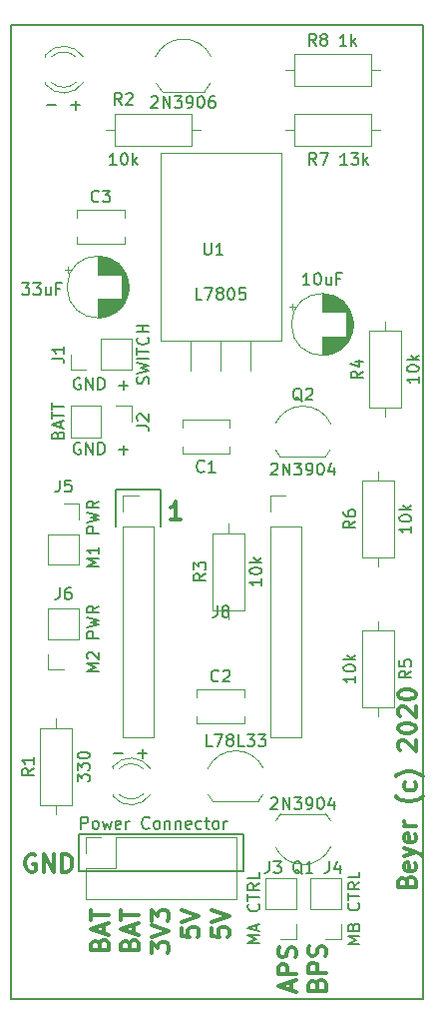
<source format=gto>
G04 #@! TF.GenerationSoftware,KiCad,Pcbnew,(5.1.4)-1*
G04 #@! TF.CreationDate,2021-01-28T08:03:07-07:00*
G04 #@! TF.ProjectId,robot,726f626f-742e-46b6-9963-61645f706362,rev?*
G04 #@! TF.SameCoordinates,Original*
G04 #@! TF.FileFunction,Legend,Top*
G04 #@! TF.FilePolarity,Positive*
%FSLAX46Y46*%
G04 Gerber Fmt 4.6, Leading zero omitted, Abs format (unit mm)*
G04 Created by KiCad (PCBNEW (5.1.4)-1) date 2021-01-28 08:03:07*
%MOMM*%
%LPD*%
G04 APERTURE LIST*
%ADD10C,0.200000*%
%ADD11C,0.300000*%
%ADD12C,0.150000*%
%ADD13C,0.120000*%
G04 APERTURE END LIST*
D10*
X115570000Y-87630000D02*
X101600000Y-87630000D01*
X101600000Y-87630000D02*
X101600000Y-90805000D01*
X115570000Y-90805000D02*
X115570000Y-87630000D01*
X101600000Y-90805000D02*
X115570000Y-90805000D01*
D11*
X129432857Y-91677142D02*
X129504285Y-91462857D01*
X129575714Y-91391428D01*
X129718571Y-91320000D01*
X129932857Y-91320000D01*
X130075714Y-91391428D01*
X130147142Y-91462857D01*
X130218571Y-91605714D01*
X130218571Y-92177142D01*
X128718571Y-92177142D01*
X128718571Y-91677142D01*
X128790000Y-91534285D01*
X128861428Y-91462857D01*
X129004285Y-91391428D01*
X129147142Y-91391428D01*
X129290000Y-91462857D01*
X129361428Y-91534285D01*
X129432857Y-91677142D01*
X129432857Y-92177142D01*
X130147142Y-90105714D02*
X130218571Y-90248571D01*
X130218571Y-90534285D01*
X130147142Y-90677142D01*
X130004285Y-90748571D01*
X129432857Y-90748571D01*
X129290000Y-90677142D01*
X129218571Y-90534285D01*
X129218571Y-90248571D01*
X129290000Y-90105714D01*
X129432857Y-90034285D01*
X129575714Y-90034285D01*
X129718571Y-90748571D01*
X129218571Y-89534285D02*
X130218571Y-89177142D01*
X129218571Y-88820000D02*
X130218571Y-89177142D01*
X130575714Y-89320000D01*
X130647142Y-89391428D01*
X130718571Y-89534285D01*
X130147142Y-87677142D02*
X130218571Y-87820000D01*
X130218571Y-88105714D01*
X130147142Y-88248571D01*
X130004285Y-88320000D01*
X129432857Y-88320000D01*
X129290000Y-88248571D01*
X129218571Y-88105714D01*
X129218571Y-87820000D01*
X129290000Y-87677142D01*
X129432857Y-87605714D01*
X129575714Y-87605714D01*
X129718571Y-88320000D01*
X130218571Y-86962857D02*
X129218571Y-86962857D01*
X129504285Y-86962857D02*
X129361428Y-86891428D01*
X129290000Y-86820000D01*
X129218571Y-86677142D01*
X129218571Y-86534285D01*
X130790000Y-84462857D02*
X130718571Y-84534285D01*
X130504285Y-84677142D01*
X130361428Y-84748571D01*
X130147142Y-84820000D01*
X129790000Y-84891428D01*
X129504285Y-84891428D01*
X129147142Y-84820000D01*
X128932857Y-84748571D01*
X128790000Y-84677142D01*
X128575714Y-84534285D01*
X128504285Y-84462857D01*
X130147142Y-83248571D02*
X130218571Y-83391428D01*
X130218571Y-83677142D01*
X130147142Y-83820000D01*
X130075714Y-83891428D01*
X129932857Y-83962857D01*
X129504285Y-83962857D01*
X129361428Y-83891428D01*
X129290000Y-83820000D01*
X129218571Y-83677142D01*
X129218571Y-83391428D01*
X129290000Y-83248571D01*
X130790000Y-82748571D02*
X130718571Y-82677142D01*
X130504285Y-82534285D01*
X130361428Y-82462857D01*
X130147142Y-82391428D01*
X129790000Y-82320000D01*
X129504285Y-82320000D01*
X129147142Y-82391428D01*
X128932857Y-82462857D01*
X128790000Y-82534285D01*
X128575714Y-82677142D01*
X128504285Y-82748571D01*
X128861428Y-80534285D02*
X128790000Y-80462857D01*
X128718571Y-80320000D01*
X128718571Y-79962857D01*
X128790000Y-79820000D01*
X128861428Y-79748571D01*
X129004285Y-79677142D01*
X129147142Y-79677142D01*
X129361428Y-79748571D01*
X130218571Y-80605714D01*
X130218571Y-79677142D01*
X128718571Y-78748571D02*
X128718571Y-78605714D01*
X128790000Y-78462857D01*
X128861428Y-78391428D01*
X129004285Y-78320000D01*
X129290000Y-78248571D01*
X129647142Y-78248571D01*
X129932857Y-78320000D01*
X130075714Y-78391428D01*
X130147142Y-78462857D01*
X130218571Y-78605714D01*
X130218571Y-78748571D01*
X130147142Y-78891428D01*
X130075714Y-78962857D01*
X129932857Y-79034285D01*
X129647142Y-79105714D01*
X129290000Y-79105714D01*
X129004285Y-79034285D01*
X128861428Y-78962857D01*
X128790000Y-78891428D01*
X128718571Y-78748571D01*
X128861428Y-77677142D02*
X128790000Y-77605714D01*
X128718571Y-77462857D01*
X128718571Y-77105714D01*
X128790000Y-76962857D01*
X128861428Y-76891428D01*
X129004285Y-76820000D01*
X129147142Y-76820000D01*
X129361428Y-76891428D01*
X130218571Y-77748571D01*
X130218571Y-76820000D01*
X128718571Y-75891428D02*
X128718571Y-75748571D01*
X128790000Y-75605714D01*
X128861428Y-75534285D01*
X129004285Y-75462857D01*
X129290000Y-75391428D01*
X129647142Y-75391428D01*
X129932857Y-75462857D01*
X130075714Y-75534285D01*
X130147142Y-75605714D01*
X130218571Y-75748571D01*
X130218571Y-75891428D01*
X130147142Y-76034285D01*
X130075714Y-76105714D01*
X129932857Y-76177142D01*
X129647142Y-76248571D01*
X129290000Y-76248571D01*
X129004285Y-76177142D01*
X128861428Y-76105714D01*
X128790000Y-76034285D01*
X128718571Y-75891428D01*
X97917142Y-89420000D02*
X97774285Y-89348571D01*
X97560000Y-89348571D01*
X97345714Y-89420000D01*
X97202857Y-89562857D01*
X97131428Y-89705714D01*
X97060000Y-89991428D01*
X97060000Y-90205714D01*
X97131428Y-90491428D01*
X97202857Y-90634285D01*
X97345714Y-90777142D01*
X97560000Y-90848571D01*
X97702857Y-90848571D01*
X97917142Y-90777142D01*
X97988571Y-90705714D01*
X97988571Y-90205714D01*
X97702857Y-90205714D01*
X98631428Y-90848571D02*
X98631428Y-89348571D01*
X99488571Y-90848571D01*
X99488571Y-89348571D01*
X100202857Y-90848571D02*
X100202857Y-89348571D01*
X100560000Y-89348571D01*
X100774285Y-89420000D01*
X100917142Y-89562857D01*
X100988571Y-89705714D01*
X101060000Y-89991428D01*
X101060000Y-90205714D01*
X100988571Y-90491428D01*
X100917142Y-90634285D01*
X100774285Y-90777142D01*
X100560000Y-90848571D01*
X100202857Y-90848571D01*
X110283571Y-61003571D02*
X109426428Y-61003571D01*
X109855000Y-61003571D02*
X109855000Y-59503571D01*
X109712142Y-59717857D01*
X109569285Y-59860714D01*
X109426428Y-59932142D01*
D10*
X104775000Y-58420000D02*
X104775000Y-61595000D01*
X108585000Y-58420000D02*
X108585000Y-61595000D01*
X104775000Y-58420000D02*
X108585000Y-58420000D01*
D11*
X119625000Y-100881428D02*
X119625000Y-100167142D01*
X120053571Y-101024285D02*
X118553571Y-100524285D01*
X120053571Y-100024285D01*
X120053571Y-99524285D02*
X118553571Y-99524285D01*
X118553571Y-98952857D01*
X118625000Y-98810000D01*
X118696428Y-98738571D01*
X118839285Y-98667142D01*
X119053571Y-98667142D01*
X119196428Y-98738571D01*
X119267857Y-98810000D01*
X119339285Y-98952857D01*
X119339285Y-99524285D01*
X119982142Y-98095714D02*
X120053571Y-97881428D01*
X120053571Y-97524285D01*
X119982142Y-97381428D01*
X119910714Y-97310000D01*
X119767857Y-97238571D01*
X119625000Y-97238571D01*
X119482142Y-97310000D01*
X119410714Y-97381428D01*
X119339285Y-97524285D01*
X119267857Y-97810000D01*
X119196428Y-97952857D01*
X119125000Y-98024285D01*
X118982142Y-98095714D01*
X118839285Y-98095714D01*
X118696428Y-98024285D01*
X118625000Y-97952857D01*
X118553571Y-97810000D01*
X118553571Y-97452857D01*
X118625000Y-97238571D01*
X121817857Y-100417142D02*
X121889285Y-100202857D01*
X121960714Y-100131428D01*
X122103571Y-100060000D01*
X122317857Y-100060000D01*
X122460714Y-100131428D01*
X122532142Y-100202857D01*
X122603571Y-100345714D01*
X122603571Y-100917142D01*
X121103571Y-100917142D01*
X121103571Y-100417142D01*
X121175000Y-100274285D01*
X121246428Y-100202857D01*
X121389285Y-100131428D01*
X121532142Y-100131428D01*
X121675000Y-100202857D01*
X121746428Y-100274285D01*
X121817857Y-100417142D01*
X121817857Y-100917142D01*
X122603571Y-99417142D02*
X121103571Y-99417142D01*
X121103571Y-98845714D01*
X121175000Y-98702857D01*
X121246428Y-98631428D01*
X121389285Y-98560000D01*
X121603571Y-98560000D01*
X121746428Y-98631428D01*
X121817857Y-98702857D01*
X121889285Y-98845714D01*
X121889285Y-99417142D01*
X122532142Y-97988571D02*
X122603571Y-97774285D01*
X122603571Y-97417142D01*
X122532142Y-97274285D01*
X122460714Y-97202857D01*
X122317857Y-97131428D01*
X122175000Y-97131428D01*
X122032142Y-97202857D01*
X121960714Y-97274285D01*
X121889285Y-97417142D01*
X121817857Y-97702857D01*
X121746428Y-97845714D01*
X121675000Y-97917142D01*
X121532142Y-97988571D01*
X121389285Y-97988571D01*
X121246428Y-97917142D01*
X121175000Y-97845714D01*
X121103571Y-97702857D01*
X121103571Y-97345714D01*
X121175000Y-97131428D01*
X103377857Y-96992142D02*
X103449285Y-96777857D01*
X103520714Y-96706428D01*
X103663571Y-96635000D01*
X103877857Y-96635000D01*
X104020714Y-96706428D01*
X104092142Y-96777857D01*
X104163571Y-96920714D01*
X104163571Y-97492142D01*
X102663571Y-97492142D01*
X102663571Y-96992142D01*
X102735000Y-96849285D01*
X102806428Y-96777857D01*
X102949285Y-96706428D01*
X103092142Y-96706428D01*
X103235000Y-96777857D01*
X103306428Y-96849285D01*
X103377857Y-96992142D01*
X103377857Y-97492142D01*
X103735000Y-96063571D02*
X103735000Y-95349285D01*
X104163571Y-96206428D02*
X102663571Y-95706428D01*
X104163571Y-95206428D01*
X102663571Y-94920714D02*
X102663571Y-94063571D01*
X104163571Y-94492142D02*
X102663571Y-94492142D01*
X105927857Y-96992142D02*
X105999285Y-96777857D01*
X106070714Y-96706428D01*
X106213571Y-96635000D01*
X106427857Y-96635000D01*
X106570714Y-96706428D01*
X106642142Y-96777857D01*
X106713571Y-96920714D01*
X106713571Y-97492142D01*
X105213571Y-97492142D01*
X105213571Y-96992142D01*
X105285000Y-96849285D01*
X105356428Y-96777857D01*
X105499285Y-96706428D01*
X105642142Y-96706428D01*
X105785000Y-96777857D01*
X105856428Y-96849285D01*
X105927857Y-96992142D01*
X105927857Y-97492142D01*
X106285000Y-96063571D02*
X106285000Y-95349285D01*
X106713571Y-96206428D02*
X105213571Y-95706428D01*
X106713571Y-95206428D01*
X105213571Y-94920714D02*
X105213571Y-94063571D01*
X106713571Y-94492142D02*
X105213571Y-94492142D01*
X107763571Y-97742142D02*
X107763571Y-96813571D01*
X108335000Y-97313571D01*
X108335000Y-97099285D01*
X108406428Y-96956428D01*
X108477857Y-96885000D01*
X108620714Y-96813571D01*
X108977857Y-96813571D01*
X109120714Y-96885000D01*
X109192142Y-96956428D01*
X109263571Y-97099285D01*
X109263571Y-97527857D01*
X109192142Y-97670714D01*
X109120714Y-97742142D01*
X107763571Y-96385000D02*
X109263571Y-95885000D01*
X107763571Y-95385000D01*
X107763571Y-95027857D02*
X107763571Y-94099285D01*
X108335000Y-94599285D01*
X108335000Y-94385000D01*
X108406428Y-94242142D01*
X108477857Y-94170714D01*
X108620714Y-94099285D01*
X108977857Y-94099285D01*
X109120714Y-94170714D01*
X109192142Y-94242142D01*
X109263571Y-94385000D01*
X109263571Y-94813571D01*
X109192142Y-94956428D01*
X109120714Y-95027857D01*
X110313571Y-95599285D02*
X110313571Y-96313571D01*
X111027857Y-96385000D01*
X110956428Y-96313571D01*
X110885000Y-96170714D01*
X110885000Y-95813571D01*
X110956428Y-95670714D01*
X111027857Y-95599285D01*
X111170714Y-95527857D01*
X111527857Y-95527857D01*
X111670714Y-95599285D01*
X111742142Y-95670714D01*
X111813571Y-95813571D01*
X111813571Y-96170714D01*
X111742142Y-96313571D01*
X111670714Y-96385000D01*
X110313571Y-95099285D02*
X111813571Y-94599285D01*
X110313571Y-94099285D01*
X112863571Y-95599285D02*
X112863571Y-96313571D01*
X113577857Y-96385000D01*
X113506428Y-96313571D01*
X113435000Y-96170714D01*
X113435000Y-95813571D01*
X113506428Y-95670714D01*
X113577857Y-95599285D01*
X113720714Y-95527857D01*
X114077857Y-95527857D01*
X114220714Y-95599285D01*
X114292142Y-95670714D01*
X114363571Y-95813571D01*
X114363571Y-96170714D01*
X114292142Y-96313571D01*
X114220714Y-96385000D01*
X112863571Y-95099285D02*
X114363571Y-94599285D01*
X112863571Y-94099285D01*
D12*
X95885000Y-93980000D02*
X95885000Y-101600000D01*
X130810000Y-93980000D02*
X130810000Y-101600000D01*
X95885000Y-19050000D02*
X130810000Y-19050000D01*
X130810000Y-93980000D02*
X130810000Y-77470000D01*
X95885000Y-101600000D02*
X130810000Y-101600000D01*
X95885000Y-77470000D02*
X95885000Y-93980000D01*
X95885000Y-19050000D02*
X95885000Y-77470000D01*
X130810000Y-19050000D02*
X130810000Y-77470000D01*
D13*
X105350000Y-58995000D02*
X106680000Y-58995000D01*
X105350000Y-60325000D02*
X105350000Y-58995000D01*
X108010000Y-61595000D02*
X105350000Y-61595000D01*
X108010000Y-79435000D02*
X108010000Y-61595000D01*
X105350000Y-79435000D02*
X108010000Y-79435000D01*
X105350000Y-61595000D02*
X105350000Y-79435000D01*
X117850000Y-61595000D02*
X117850000Y-79435000D01*
X117850000Y-79435000D02*
X120510000Y-79435000D01*
X120510000Y-79435000D02*
X120510000Y-61595000D01*
X120510000Y-61595000D02*
X117850000Y-61595000D01*
X117850000Y-60325000D02*
X117850000Y-58995000D01*
X117850000Y-58995000D02*
X119180000Y-58995000D01*
X116205000Y-45840000D02*
X116205000Y-48380000D01*
X113665000Y-45840000D02*
X113665000Y-48380000D01*
X111125000Y-45840000D02*
X111125000Y-48380000D01*
X118785000Y-29950000D02*
X118785000Y-45840000D01*
X108545000Y-29950000D02*
X108545000Y-45840000D01*
X108545000Y-29950000D02*
X118785000Y-29950000D01*
X108545000Y-45840000D02*
X118785000Y-45840000D01*
X106105000Y-51375000D02*
X106105000Y-52705000D01*
X104775000Y-51375000D02*
X106105000Y-51375000D01*
X103505000Y-51375000D02*
X103505000Y-54035000D01*
X103505000Y-54035000D02*
X100905000Y-54035000D01*
X103505000Y-51375000D02*
X100905000Y-51375000D01*
X100905000Y-51375000D02*
X100905000Y-54035000D01*
X100905000Y-48320000D02*
X100905000Y-46990000D01*
X102235000Y-48320000D02*
X100905000Y-48320000D01*
X103505000Y-48320000D02*
X103505000Y-45660000D01*
X103505000Y-45660000D02*
X106105000Y-45660000D01*
X103505000Y-48320000D02*
X106105000Y-48320000D01*
X106105000Y-48320000D02*
X106105000Y-45660000D01*
X102175000Y-89250000D02*
X102175000Y-87920000D01*
X102175000Y-87920000D02*
X103505000Y-87920000D01*
X102175000Y-90520000D02*
X104775000Y-90520000D01*
X104775000Y-90520000D02*
X104775000Y-87920000D01*
X104775000Y-87920000D02*
X114995000Y-87920000D01*
X114995000Y-93120000D02*
X114995000Y-87920000D01*
X102175000Y-93120000D02*
X114995000Y-93120000D01*
X102175000Y-93120000D02*
X102175000Y-90520000D01*
X120075000Y-96580000D02*
X118745000Y-96580000D01*
X120075000Y-95250000D02*
X120075000Y-96580000D01*
X120075000Y-93980000D02*
X117415000Y-93980000D01*
X117415000Y-93980000D02*
X117415000Y-91380000D01*
X120075000Y-93980000D02*
X120075000Y-91380000D01*
X120075000Y-91380000D02*
X117415000Y-91380000D01*
X123885000Y-96580000D02*
X122555000Y-96580000D01*
X123885000Y-95250000D02*
X123885000Y-96580000D01*
X123885000Y-93980000D02*
X121225000Y-93980000D01*
X121225000Y-93980000D02*
X121225000Y-91380000D01*
X123885000Y-93980000D02*
X123885000Y-91380000D01*
X123885000Y-91380000D02*
X121225000Y-91380000D01*
X100330000Y-73720000D02*
X99000000Y-73720000D01*
X99000000Y-73720000D02*
X99000000Y-72390000D01*
X99000000Y-71120000D02*
X99000000Y-68520000D01*
X101660000Y-68520000D02*
X99000000Y-68520000D01*
X101660000Y-71120000D02*
X101660000Y-68520000D01*
X101660000Y-71120000D02*
X99000000Y-71120000D01*
X100330000Y-59630000D02*
X101660000Y-59630000D01*
X101660000Y-59630000D02*
X101660000Y-60960000D01*
X101660000Y-62230000D02*
X101660000Y-64830000D01*
X99000000Y-64830000D02*
X101660000Y-64830000D01*
X99000000Y-62230000D02*
X99000000Y-64830000D01*
X99000000Y-62230000D02*
X101660000Y-62230000D01*
X104485000Y-84265000D02*
X104485000Y-84421000D01*
X104485000Y-81949000D02*
X104485000Y-82105000D01*
X107086130Y-84264837D02*
G75*
G02X105004039Y-84265000I-1041130J1079837D01*
G01*
X107086130Y-82105163D02*
G75*
G03X105004039Y-82105000I-1041130J-1079837D01*
G01*
X107717335Y-84263608D02*
G75*
G02X104485000Y-84420516I-1672335J1078608D01*
G01*
X107717335Y-82106392D02*
G75*
G03X104485000Y-81949484I-1672335J-1078608D01*
G01*
X119730225Y-42725000D02*
X119730225Y-43225000D01*
X119480225Y-42975000D02*
X119980225Y-42975000D01*
X124886000Y-44166000D02*
X124886000Y-44734000D01*
X124846000Y-43932000D02*
X124846000Y-44968000D01*
X124806000Y-43773000D02*
X124806000Y-45127000D01*
X124766000Y-43645000D02*
X124766000Y-45255000D01*
X124726000Y-43535000D02*
X124726000Y-45365000D01*
X124686000Y-43439000D02*
X124686000Y-45461000D01*
X124646000Y-43352000D02*
X124646000Y-45548000D01*
X124606000Y-43272000D02*
X124606000Y-45628000D01*
X124566000Y-43199000D02*
X124566000Y-45701000D01*
X124526000Y-43131000D02*
X124526000Y-45769000D01*
X124486000Y-43067000D02*
X124486000Y-45833000D01*
X124446000Y-43007000D02*
X124446000Y-45893000D01*
X124406000Y-42950000D02*
X124406000Y-45950000D01*
X124366000Y-42896000D02*
X124366000Y-46004000D01*
X124326000Y-42845000D02*
X124326000Y-46055000D01*
X124286000Y-45490000D02*
X124286000Y-46103000D01*
X124286000Y-42797000D02*
X124286000Y-43410000D01*
X124246000Y-45490000D02*
X124246000Y-46149000D01*
X124246000Y-42751000D02*
X124246000Y-43410000D01*
X124206000Y-45490000D02*
X124206000Y-46193000D01*
X124206000Y-42707000D02*
X124206000Y-43410000D01*
X124166000Y-45490000D02*
X124166000Y-46235000D01*
X124166000Y-42665000D02*
X124166000Y-43410000D01*
X124126000Y-45490000D02*
X124126000Y-46276000D01*
X124126000Y-42624000D02*
X124126000Y-43410000D01*
X124086000Y-45490000D02*
X124086000Y-46314000D01*
X124086000Y-42586000D02*
X124086000Y-43410000D01*
X124046000Y-45490000D02*
X124046000Y-46351000D01*
X124046000Y-42549000D02*
X124046000Y-43410000D01*
X124006000Y-45490000D02*
X124006000Y-46387000D01*
X124006000Y-42513000D02*
X124006000Y-43410000D01*
X123966000Y-45490000D02*
X123966000Y-46421000D01*
X123966000Y-42479000D02*
X123966000Y-43410000D01*
X123926000Y-45490000D02*
X123926000Y-46454000D01*
X123926000Y-42446000D02*
X123926000Y-43410000D01*
X123886000Y-45490000D02*
X123886000Y-46485000D01*
X123886000Y-42415000D02*
X123886000Y-43410000D01*
X123846000Y-45490000D02*
X123846000Y-46515000D01*
X123846000Y-42385000D02*
X123846000Y-43410000D01*
X123806000Y-45490000D02*
X123806000Y-46545000D01*
X123806000Y-42355000D02*
X123806000Y-43410000D01*
X123766000Y-45490000D02*
X123766000Y-46572000D01*
X123766000Y-42328000D02*
X123766000Y-43410000D01*
X123726000Y-45490000D02*
X123726000Y-46599000D01*
X123726000Y-42301000D02*
X123726000Y-43410000D01*
X123686000Y-45490000D02*
X123686000Y-46625000D01*
X123686000Y-42275000D02*
X123686000Y-43410000D01*
X123646000Y-45490000D02*
X123646000Y-46650000D01*
X123646000Y-42250000D02*
X123646000Y-43410000D01*
X123606000Y-45490000D02*
X123606000Y-46674000D01*
X123606000Y-42226000D02*
X123606000Y-43410000D01*
X123566000Y-45490000D02*
X123566000Y-46697000D01*
X123566000Y-42203000D02*
X123566000Y-43410000D01*
X123526000Y-45490000D02*
X123526000Y-46718000D01*
X123526000Y-42182000D02*
X123526000Y-43410000D01*
X123486000Y-45490000D02*
X123486000Y-46740000D01*
X123486000Y-42160000D02*
X123486000Y-43410000D01*
X123446000Y-45490000D02*
X123446000Y-46760000D01*
X123446000Y-42140000D02*
X123446000Y-43410000D01*
X123406000Y-45490000D02*
X123406000Y-46779000D01*
X123406000Y-42121000D02*
X123406000Y-43410000D01*
X123366000Y-45490000D02*
X123366000Y-46798000D01*
X123366000Y-42102000D02*
X123366000Y-43410000D01*
X123326000Y-45490000D02*
X123326000Y-46815000D01*
X123326000Y-42085000D02*
X123326000Y-43410000D01*
X123286000Y-45490000D02*
X123286000Y-46832000D01*
X123286000Y-42068000D02*
X123286000Y-43410000D01*
X123246000Y-45490000D02*
X123246000Y-46848000D01*
X123246000Y-42052000D02*
X123246000Y-43410000D01*
X123206000Y-45490000D02*
X123206000Y-46864000D01*
X123206000Y-42036000D02*
X123206000Y-43410000D01*
X123166000Y-45490000D02*
X123166000Y-46878000D01*
X123166000Y-42022000D02*
X123166000Y-43410000D01*
X123126000Y-45490000D02*
X123126000Y-46892000D01*
X123126000Y-42008000D02*
X123126000Y-43410000D01*
X123086000Y-45490000D02*
X123086000Y-46905000D01*
X123086000Y-41995000D02*
X123086000Y-43410000D01*
X123046000Y-45490000D02*
X123046000Y-46918000D01*
X123046000Y-41982000D02*
X123046000Y-43410000D01*
X123006000Y-45490000D02*
X123006000Y-46930000D01*
X123006000Y-41970000D02*
X123006000Y-43410000D01*
X122965000Y-45490000D02*
X122965000Y-46941000D01*
X122965000Y-41959000D02*
X122965000Y-43410000D01*
X122925000Y-45490000D02*
X122925000Y-46951000D01*
X122925000Y-41949000D02*
X122925000Y-43410000D01*
X122885000Y-45490000D02*
X122885000Y-46961000D01*
X122885000Y-41939000D02*
X122885000Y-43410000D01*
X122845000Y-45490000D02*
X122845000Y-46970000D01*
X122845000Y-41930000D02*
X122845000Y-43410000D01*
X122805000Y-45490000D02*
X122805000Y-46978000D01*
X122805000Y-41922000D02*
X122805000Y-43410000D01*
X122765000Y-45490000D02*
X122765000Y-46986000D01*
X122765000Y-41914000D02*
X122765000Y-43410000D01*
X122725000Y-45490000D02*
X122725000Y-46993000D01*
X122725000Y-41907000D02*
X122725000Y-43410000D01*
X122685000Y-45490000D02*
X122685000Y-47000000D01*
X122685000Y-41900000D02*
X122685000Y-43410000D01*
X122645000Y-45490000D02*
X122645000Y-47006000D01*
X122645000Y-41894000D02*
X122645000Y-43410000D01*
X122605000Y-45490000D02*
X122605000Y-47011000D01*
X122605000Y-41889000D02*
X122605000Y-43410000D01*
X122565000Y-45490000D02*
X122565000Y-47015000D01*
X122565000Y-41885000D02*
X122565000Y-43410000D01*
X122525000Y-45490000D02*
X122525000Y-47019000D01*
X122525000Y-41881000D02*
X122525000Y-43410000D01*
X122485000Y-45490000D02*
X122485000Y-47023000D01*
X122485000Y-41877000D02*
X122485000Y-43410000D01*
X122445000Y-45490000D02*
X122445000Y-47026000D01*
X122445000Y-41874000D02*
X122445000Y-43410000D01*
X122405000Y-45490000D02*
X122405000Y-47028000D01*
X122405000Y-41872000D02*
X122405000Y-43410000D01*
X122365000Y-45490000D02*
X122365000Y-47029000D01*
X122365000Y-41871000D02*
X122365000Y-43410000D01*
X122325000Y-41870000D02*
X122325000Y-43410000D01*
X122325000Y-45490000D02*
X122325000Y-47030000D01*
X122285000Y-41870000D02*
X122285000Y-43410000D01*
X122285000Y-45490000D02*
X122285000Y-47030000D01*
X124905000Y-44450000D02*
G75*
G03X124905000Y-44450000I-2620000J0D01*
G01*
X105505000Y-36990000D02*
X105505000Y-37615000D01*
X105505000Y-34775000D02*
X105505000Y-35400000D01*
X101465000Y-36990000D02*
X101465000Y-37615000D01*
X101465000Y-34775000D02*
X101465000Y-35400000D01*
X101465000Y-37615000D02*
X105505000Y-37615000D01*
X101465000Y-34775000D02*
X105505000Y-34775000D01*
X115665000Y-77630000D02*
X115665000Y-78255000D01*
X115665000Y-75415000D02*
X115665000Y-76040000D01*
X111625000Y-77630000D02*
X111625000Y-78255000D01*
X111625000Y-75415000D02*
X111625000Y-76040000D01*
X111625000Y-78255000D02*
X115665000Y-78255000D01*
X111625000Y-75415000D02*
X115665000Y-75415000D01*
X110395000Y-53180000D02*
X110395000Y-52555000D01*
X110395000Y-55395000D02*
X110395000Y-54770000D01*
X114435000Y-53180000D02*
X114435000Y-52555000D01*
X114435000Y-55395000D02*
X114435000Y-54770000D01*
X114435000Y-52555000D02*
X110395000Y-52555000D01*
X114435000Y-55395000D02*
X110395000Y-55395000D01*
X100680225Y-39550000D02*
X100680225Y-40050000D01*
X100430225Y-39800000D02*
X100930225Y-39800000D01*
X105836000Y-40991000D02*
X105836000Y-41559000D01*
X105796000Y-40757000D02*
X105796000Y-41793000D01*
X105756000Y-40598000D02*
X105756000Y-41952000D01*
X105716000Y-40470000D02*
X105716000Y-42080000D01*
X105676000Y-40360000D02*
X105676000Y-42190000D01*
X105636000Y-40264000D02*
X105636000Y-42286000D01*
X105596000Y-40177000D02*
X105596000Y-42373000D01*
X105556000Y-40097000D02*
X105556000Y-42453000D01*
X105516000Y-40024000D02*
X105516000Y-42526000D01*
X105476000Y-39956000D02*
X105476000Y-42594000D01*
X105436000Y-39892000D02*
X105436000Y-42658000D01*
X105396000Y-39832000D02*
X105396000Y-42718000D01*
X105356000Y-39775000D02*
X105356000Y-42775000D01*
X105316000Y-39721000D02*
X105316000Y-42829000D01*
X105276000Y-39670000D02*
X105276000Y-42880000D01*
X105236000Y-42315000D02*
X105236000Y-42928000D01*
X105236000Y-39622000D02*
X105236000Y-40235000D01*
X105196000Y-42315000D02*
X105196000Y-42974000D01*
X105196000Y-39576000D02*
X105196000Y-40235000D01*
X105156000Y-42315000D02*
X105156000Y-43018000D01*
X105156000Y-39532000D02*
X105156000Y-40235000D01*
X105116000Y-42315000D02*
X105116000Y-43060000D01*
X105116000Y-39490000D02*
X105116000Y-40235000D01*
X105076000Y-42315000D02*
X105076000Y-43101000D01*
X105076000Y-39449000D02*
X105076000Y-40235000D01*
X105036000Y-42315000D02*
X105036000Y-43139000D01*
X105036000Y-39411000D02*
X105036000Y-40235000D01*
X104996000Y-42315000D02*
X104996000Y-43176000D01*
X104996000Y-39374000D02*
X104996000Y-40235000D01*
X104956000Y-42315000D02*
X104956000Y-43212000D01*
X104956000Y-39338000D02*
X104956000Y-40235000D01*
X104916000Y-42315000D02*
X104916000Y-43246000D01*
X104916000Y-39304000D02*
X104916000Y-40235000D01*
X104876000Y-42315000D02*
X104876000Y-43279000D01*
X104876000Y-39271000D02*
X104876000Y-40235000D01*
X104836000Y-42315000D02*
X104836000Y-43310000D01*
X104836000Y-39240000D02*
X104836000Y-40235000D01*
X104796000Y-42315000D02*
X104796000Y-43340000D01*
X104796000Y-39210000D02*
X104796000Y-40235000D01*
X104756000Y-42315000D02*
X104756000Y-43370000D01*
X104756000Y-39180000D02*
X104756000Y-40235000D01*
X104716000Y-42315000D02*
X104716000Y-43397000D01*
X104716000Y-39153000D02*
X104716000Y-40235000D01*
X104676000Y-42315000D02*
X104676000Y-43424000D01*
X104676000Y-39126000D02*
X104676000Y-40235000D01*
X104636000Y-42315000D02*
X104636000Y-43450000D01*
X104636000Y-39100000D02*
X104636000Y-40235000D01*
X104596000Y-42315000D02*
X104596000Y-43475000D01*
X104596000Y-39075000D02*
X104596000Y-40235000D01*
X104556000Y-42315000D02*
X104556000Y-43499000D01*
X104556000Y-39051000D02*
X104556000Y-40235000D01*
X104516000Y-42315000D02*
X104516000Y-43522000D01*
X104516000Y-39028000D02*
X104516000Y-40235000D01*
X104476000Y-42315000D02*
X104476000Y-43543000D01*
X104476000Y-39007000D02*
X104476000Y-40235000D01*
X104436000Y-42315000D02*
X104436000Y-43565000D01*
X104436000Y-38985000D02*
X104436000Y-40235000D01*
X104396000Y-42315000D02*
X104396000Y-43585000D01*
X104396000Y-38965000D02*
X104396000Y-40235000D01*
X104356000Y-42315000D02*
X104356000Y-43604000D01*
X104356000Y-38946000D02*
X104356000Y-40235000D01*
X104316000Y-42315000D02*
X104316000Y-43623000D01*
X104316000Y-38927000D02*
X104316000Y-40235000D01*
X104276000Y-42315000D02*
X104276000Y-43640000D01*
X104276000Y-38910000D02*
X104276000Y-40235000D01*
X104236000Y-42315000D02*
X104236000Y-43657000D01*
X104236000Y-38893000D02*
X104236000Y-40235000D01*
X104196000Y-42315000D02*
X104196000Y-43673000D01*
X104196000Y-38877000D02*
X104196000Y-40235000D01*
X104156000Y-42315000D02*
X104156000Y-43689000D01*
X104156000Y-38861000D02*
X104156000Y-40235000D01*
X104116000Y-42315000D02*
X104116000Y-43703000D01*
X104116000Y-38847000D02*
X104116000Y-40235000D01*
X104076000Y-42315000D02*
X104076000Y-43717000D01*
X104076000Y-38833000D02*
X104076000Y-40235000D01*
X104036000Y-42315000D02*
X104036000Y-43730000D01*
X104036000Y-38820000D02*
X104036000Y-40235000D01*
X103996000Y-42315000D02*
X103996000Y-43743000D01*
X103996000Y-38807000D02*
X103996000Y-40235000D01*
X103956000Y-42315000D02*
X103956000Y-43755000D01*
X103956000Y-38795000D02*
X103956000Y-40235000D01*
X103915000Y-42315000D02*
X103915000Y-43766000D01*
X103915000Y-38784000D02*
X103915000Y-40235000D01*
X103875000Y-42315000D02*
X103875000Y-43776000D01*
X103875000Y-38774000D02*
X103875000Y-40235000D01*
X103835000Y-42315000D02*
X103835000Y-43786000D01*
X103835000Y-38764000D02*
X103835000Y-40235000D01*
X103795000Y-42315000D02*
X103795000Y-43795000D01*
X103795000Y-38755000D02*
X103795000Y-40235000D01*
X103755000Y-42315000D02*
X103755000Y-43803000D01*
X103755000Y-38747000D02*
X103755000Y-40235000D01*
X103715000Y-42315000D02*
X103715000Y-43811000D01*
X103715000Y-38739000D02*
X103715000Y-40235000D01*
X103675000Y-42315000D02*
X103675000Y-43818000D01*
X103675000Y-38732000D02*
X103675000Y-40235000D01*
X103635000Y-42315000D02*
X103635000Y-43825000D01*
X103635000Y-38725000D02*
X103635000Y-40235000D01*
X103595000Y-42315000D02*
X103595000Y-43831000D01*
X103595000Y-38719000D02*
X103595000Y-40235000D01*
X103555000Y-42315000D02*
X103555000Y-43836000D01*
X103555000Y-38714000D02*
X103555000Y-40235000D01*
X103515000Y-42315000D02*
X103515000Y-43840000D01*
X103515000Y-38710000D02*
X103515000Y-40235000D01*
X103475000Y-42315000D02*
X103475000Y-43844000D01*
X103475000Y-38706000D02*
X103475000Y-40235000D01*
X103435000Y-42315000D02*
X103435000Y-43848000D01*
X103435000Y-38702000D02*
X103435000Y-40235000D01*
X103395000Y-42315000D02*
X103395000Y-43851000D01*
X103395000Y-38699000D02*
X103395000Y-40235000D01*
X103355000Y-42315000D02*
X103355000Y-43853000D01*
X103355000Y-38697000D02*
X103355000Y-40235000D01*
X103315000Y-42315000D02*
X103315000Y-43854000D01*
X103315000Y-38696000D02*
X103315000Y-40235000D01*
X103275000Y-38695000D02*
X103275000Y-40235000D01*
X103275000Y-42315000D02*
X103275000Y-43855000D01*
X103235000Y-38695000D02*
X103235000Y-40235000D01*
X103235000Y-42315000D02*
X103235000Y-43855000D01*
X105855000Y-41275000D02*
G75*
G03X105855000Y-41275000I-2620000J0D01*
G01*
X127000000Y-56920000D02*
X127000000Y-57690000D01*
X127000000Y-65000000D02*
X127000000Y-64230000D01*
X125630000Y-57690000D02*
X125630000Y-64230000D01*
X128370000Y-57690000D02*
X125630000Y-57690000D01*
X128370000Y-64230000D02*
X128370000Y-57690000D01*
X125630000Y-64230000D02*
X128370000Y-64230000D01*
X127000000Y-77700000D02*
X127000000Y-76930000D01*
X127000000Y-69620000D02*
X127000000Y-70390000D01*
X128370000Y-76930000D02*
X128370000Y-70390000D01*
X125630000Y-76930000D02*
X128370000Y-76930000D01*
X125630000Y-70390000D02*
X125630000Y-76930000D01*
X128370000Y-70390000D02*
X125630000Y-70390000D01*
X127635000Y-44220000D02*
X127635000Y-44990000D01*
X127635000Y-52300000D02*
X127635000Y-51530000D01*
X126265000Y-44990000D02*
X126265000Y-51530000D01*
X129005000Y-44990000D02*
X126265000Y-44990000D01*
X129005000Y-51530000D02*
X129005000Y-44990000D01*
X126265000Y-51530000D02*
X129005000Y-51530000D01*
X114300000Y-61365000D02*
X114300000Y-62135000D01*
X114300000Y-69445000D02*
X114300000Y-68675000D01*
X112930000Y-62135000D02*
X112930000Y-68675000D01*
X115670000Y-62135000D02*
X112930000Y-62135000D01*
X115670000Y-68675000D02*
X115670000Y-62135000D01*
X112930000Y-68675000D02*
X115670000Y-68675000D01*
X111990000Y-27940000D02*
X111220000Y-27940000D01*
X103910000Y-27940000D02*
X104680000Y-27940000D01*
X111220000Y-26570000D02*
X104680000Y-26570000D01*
X111220000Y-29310000D02*
X111220000Y-26570000D01*
X104680000Y-29310000D02*
X111220000Y-29310000D01*
X104680000Y-26570000D02*
X104680000Y-29310000D01*
X99695000Y-77875000D02*
X99695000Y-78645000D01*
X99695000Y-85955000D02*
X99695000Y-85185000D01*
X98325000Y-78645000D02*
X98325000Y-85185000D01*
X101065000Y-78645000D02*
X98325000Y-78645000D01*
X101065000Y-85185000D02*
X101065000Y-78645000D01*
X98325000Y-85185000D02*
X101065000Y-85185000D01*
X112814184Y-23982795D02*
G75*
G02X112290000Y-24710000I-2324184J1122795D01*
G01*
X112846400Y-21761193D02*
G75*
G03X110490000Y-20260000I-2356400J-1098807D01*
G01*
X108133600Y-21761193D02*
G75*
G02X110490000Y-20260000I2356400J-1098807D01*
G01*
X108165816Y-23982795D02*
G75*
G03X108690000Y-24710000I2324184J1122795D01*
G01*
X108690000Y-24710000D02*
X112290000Y-24710000D01*
X127230000Y-22860000D02*
X126460000Y-22860000D01*
X119150000Y-22860000D02*
X119920000Y-22860000D01*
X126460000Y-21490000D02*
X119920000Y-21490000D01*
X126460000Y-24230000D02*
X126460000Y-21490000D01*
X119920000Y-24230000D02*
X126460000Y-24230000D01*
X119920000Y-21490000D02*
X119920000Y-24230000D01*
X119920000Y-26570000D02*
X119920000Y-29310000D01*
X119920000Y-29310000D02*
X126460000Y-29310000D01*
X126460000Y-29310000D02*
X126460000Y-26570000D01*
X126460000Y-26570000D02*
X119920000Y-26570000D01*
X119150000Y-27940000D02*
X119920000Y-27940000D01*
X127230000Y-27940000D02*
X126460000Y-27940000D01*
X98770000Y-23940000D02*
X98770000Y-24096000D01*
X98770000Y-21624000D02*
X98770000Y-21780000D01*
X101371130Y-23939837D02*
G75*
G02X99289039Y-23940000I-1041130J1079837D01*
G01*
X101371130Y-21780163D02*
G75*
G03X99289039Y-21780000I-1041130J-1079837D01*
G01*
X102002335Y-23938608D02*
G75*
G02X98770000Y-24095516I-1672335J1078608D01*
G01*
X102002335Y-21781392D02*
G75*
G03X98770000Y-21624484I-1672335J-1078608D01*
G01*
X117237383Y-84297264D02*
G75*
G02X116845000Y-84885000I-2302383J1112264D01*
G01*
X117291400Y-82086193D02*
G75*
G03X114935000Y-80585000I-2356400J-1098807D01*
G01*
X112578600Y-82086193D02*
G75*
G02X114935000Y-80585000I2356400J-1098807D01*
G01*
X112612369Y-84307045D02*
G75*
G03X112995000Y-84885000I2322631J1122045D01*
G01*
X112995000Y-84885000D02*
X116845000Y-84885000D01*
X122952383Y-55087264D02*
G75*
G02X122560000Y-55675000I-2302383J1112264D01*
G01*
X123006400Y-52876193D02*
G75*
G03X120650000Y-51375000I-2356400J-1098807D01*
G01*
X118293600Y-52876193D02*
G75*
G02X120650000Y-51375000I2356400J-1098807D01*
G01*
X118327369Y-55097045D02*
G75*
G03X118710000Y-55675000I2322631J1122045D01*
G01*
X118710000Y-55675000D02*
X122560000Y-55675000D01*
X118347617Y-86517736D02*
G75*
G02X118740000Y-85930000I2302383J-1112264D01*
G01*
X118293600Y-88728807D02*
G75*
G03X120650000Y-90230000I2356400J1098807D01*
G01*
X123006400Y-88728807D02*
G75*
G02X120650000Y-90230000I-2356400J1098807D01*
G01*
X122972631Y-86507955D02*
G75*
G03X122590000Y-85930000I-2322631J-1122045D01*
G01*
X122590000Y-85930000D02*
X118740000Y-85930000D01*
D12*
X113346666Y-68277380D02*
X113346666Y-68991666D01*
X113299047Y-69134523D01*
X113203809Y-69229761D01*
X113060952Y-69277380D01*
X112965714Y-69277380D01*
X113965714Y-68705952D02*
X113870476Y-68658333D01*
X113822857Y-68610714D01*
X113775238Y-68515476D01*
X113775238Y-68467857D01*
X113822857Y-68372619D01*
X113870476Y-68325000D01*
X113965714Y-68277380D01*
X114156190Y-68277380D01*
X114251428Y-68325000D01*
X114299047Y-68372619D01*
X114346666Y-68467857D01*
X114346666Y-68515476D01*
X114299047Y-68610714D01*
X114251428Y-68658333D01*
X114156190Y-68705952D01*
X113965714Y-68705952D01*
X113870476Y-68753571D01*
X113822857Y-68801190D01*
X113775238Y-68896428D01*
X113775238Y-69086904D01*
X113822857Y-69182142D01*
X113870476Y-69229761D01*
X113965714Y-69277380D01*
X114156190Y-69277380D01*
X114251428Y-69229761D01*
X114299047Y-69182142D01*
X114346666Y-69086904D01*
X114346666Y-68896428D01*
X114299047Y-68801190D01*
X114251428Y-68753571D01*
X114156190Y-68705952D01*
X112268095Y-37552380D02*
X112268095Y-38361904D01*
X112315714Y-38457142D01*
X112363333Y-38504761D01*
X112458571Y-38552380D01*
X112649047Y-38552380D01*
X112744285Y-38504761D01*
X112791904Y-38457142D01*
X112839523Y-38361904D01*
X112839523Y-37552380D01*
X113839523Y-38552380D02*
X113268095Y-38552380D01*
X113553809Y-38552380D02*
X113553809Y-37552380D01*
X113458571Y-37695238D01*
X113363333Y-37790476D01*
X113268095Y-37838095D01*
X112069761Y-42362380D02*
X111593571Y-42362380D01*
X111593571Y-41362380D01*
X112307857Y-41362380D02*
X112974523Y-41362380D01*
X112545952Y-42362380D01*
X113498333Y-41790952D02*
X113403095Y-41743333D01*
X113355476Y-41695714D01*
X113307857Y-41600476D01*
X113307857Y-41552857D01*
X113355476Y-41457619D01*
X113403095Y-41410000D01*
X113498333Y-41362380D01*
X113688809Y-41362380D01*
X113784047Y-41410000D01*
X113831666Y-41457619D01*
X113879285Y-41552857D01*
X113879285Y-41600476D01*
X113831666Y-41695714D01*
X113784047Y-41743333D01*
X113688809Y-41790952D01*
X113498333Y-41790952D01*
X113403095Y-41838571D01*
X113355476Y-41886190D01*
X113307857Y-41981428D01*
X113307857Y-42171904D01*
X113355476Y-42267142D01*
X113403095Y-42314761D01*
X113498333Y-42362380D01*
X113688809Y-42362380D01*
X113784047Y-42314761D01*
X113831666Y-42267142D01*
X113879285Y-42171904D01*
X113879285Y-41981428D01*
X113831666Y-41886190D01*
X113784047Y-41838571D01*
X113688809Y-41790952D01*
X114498333Y-41362380D02*
X114593571Y-41362380D01*
X114688809Y-41410000D01*
X114736428Y-41457619D01*
X114784047Y-41552857D01*
X114831666Y-41743333D01*
X114831666Y-41981428D01*
X114784047Y-42171904D01*
X114736428Y-42267142D01*
X114688809Y-42314761D01*
X114593571Y-42362380D01*
X114498333Y-42362380D01*
X114403095Y-42314761D01*
X114355476Y-42267142D01*
X114307857Y-42171904D01*
X114260238Y-41981428D01*
X114260238Y-41743333D01*
X114307857Y-41552857D01*
X114355476Y-41457619D01*
X114403095Y-41410000D01*
X114498333Y-41362380D01*
X115736428Y-41362380D02*
X115260238Y-41362380D01*
X115212619Y-41838571D01*
X115260238Y-41790952D01*
X115355476Y-41743333D01*
X115593571Y-41743333D01*
X115688809Y-41790952D01*
X115736428Y-41838571D01*
X115784047Y-41933809D01*
X115784047Y-42171904D01*
X115736428Y-42267142D01*
X115688809Y-42314761D01*
X115593571Y-42362380D01*
X115355476Y-42362380D01*
X115260238Y-42314761D01*
X115212619Y-42267142D01*
X106557380Y-53038333D02*
X107271666Y-53038333D01*
X107414523Y-53085952D01*
X107509761Y-53181190D01*
X107557380Y-53324047D01*
X107557380Y-53419285D01*
X106652619Y-52609761D02*
X106605000Y-52562142D01*
X106557380Y-52466904D01*
X106557380Y-52228809D01*
X106605000Y-52133571D01*
X106652619Y-52085952D01*
X106747857Y-52038333D01*
X106843095Y-52038333D01*
X106985952Y-52085952D01*
X107557380Y-52657380D01*
X107557380Y-52038333D01*
X99833571Y-53824047D02*
X99881190Y-53681190D01*
X99928809Y-53633571D01*
X100024047Y-53585952D01*
X100166904Y-53585952D01*
X100262142Y-53633571D01*
X100309761Y-53681190D01*
X100357380Y-53776428D01*
X100357380Y-54157380D01*
X99357380Y-54157380D01*
X99357380Y-53824047D01*
X99405000Y-53728809D01*
X99452619Y-53681190D01*
X99547857Y-53633571D01*
X99643095Y-53633571D01*
X99738333Y-53681190D01*
X99785952Y-53728809D01*
X99833571Y-53824047D01*
X99833571Y-54157380D01*
X100071666Y-53205000D02*
X100071666Y-52728809D01*
X100357380Y-53300238D02*
X99357380Y-52966904D01*
X100357380Y-52633571D01*
X99357380Y-52443095D02*
X99357380Y-51871666D01*
X100357380Y-52157380D02*
X99357380Y-52157380D01*
X99357380Y-51681190D02*
X99357380Y-51109761D01*
X100357380Y-51395476D02*
X99357380Y-51395476D01*
X101743095Y-54500000D02*
X101647857Y-54452380D01*
X101505000Y-54452380D01*
X101362142Y-54500000D01*
X101266904Y-54595238D01*
X101219285Y-54690476D01*
X101171666Y-54880952D01*
X101171666Y-55023809D01*
X101219285Y-55214285D01*
X101266904Y-55309523D01*
X101362142Y-55404761D01*
X101505000Y-55452380D01*
X101600238Y-55452380D01*
X101743095Y-55404761D01*
X101790714Y-55357142D01*
X101790714Y-55023809D01*
X101600238Y-55023809D01*
X102219285Y-55452380D02*
X102219285Y-54452380D01*
X102790714Y-55452380D01*
X102790714Y-54452380D01*
X103266904Y-55452380D02*
X103266904Y-54452380D01*
X103505000Y-54452380D01*
X103647857Y-54500000D01*
X103743095Y-54595238D01*
X103790714Y-54690476D01*
X103838333Y-54880952D01*
X103838333Y-55023809D01*
X103790714Y-55214285D01*
X103743095Y-55309523D01*
X103647857Y-55404761D01*
X103505000Y-55452380D01*
X103266904Y-55452380D01*
X105028809Y-55071428D02*
X105790714Y-55071428D01*
X105409761Y-55452380D02*
X105409761Y-54690476D01*
X99357380Y-47323333D02*
X100071666Y-47323333D01*
X100214523Y-47370952D01*
X100309761Y-47466190D01*
X100357380Y-47609047D01*
X100357380Y-47704285D01*
X100357380Y-46323333D02*
X100357380Y-46894761D01*
X100357380Y-46609047D02*
X99357380Y-46609047D01*
X99500238Y-46704285D01*
X99595476Y-46799523D01*
X99643095Y-46894761D01*
X107509761Y-49490000D02*
X107557380Y-49347142D01*
X107557380Y-49109047D01*
X107509761Y-49013809D01*
X107462142Y-48966190D01*
X107366904Y-48918571D01*
X107271666Y-48918571D01*
X107176428Y-48966190D01*
X107128809Y-49013809D01*
X107081190Y-49109047D01*
X107033571Y-49299523D01*
X106985952Y-49394761D01*
X106938333Y-49442380D01*
X106843095Y-49490000D01*
X106747857Y-49490000D01*
X106652619Y-49442380D01*
X106605000Y-49394761D01*
X106557380Y-49299523D01*
X106557380Y-49061428D01*
X106605000Y-48918571D01*
X106557380Y-48585238D02*
X107557380Y-48347142D01*
X106843095Y-48156666D01*
X107557380Y-47966190D01*
X106557380Y-47728095D01*
X107557380Y-47347142D02*
X106557380Y-47347142D01*
X106557380Y-47013809D02*
X106557380Y-46442380D01*
X107557380Y-46728095D02*
X106557380Y-46728095D01*
X107462142Y-45537619D02*
X107509761Y-45585238D01*
X107557380Y-45728095D01*
X107557380Y-45823333D01*
X107509761Y-45966190D01*
X107414523Y-46061428D01*
X107319285Y-46109047D01*
X107128809Y-46156666D01*
X106985952Y-46156666D01*
X106795476Y-46109047D01*
X106700238Y-46061428D01*
X106605000Y-45966190D01*
X106557380Y-45823333D01*
X106557380Y-45728095D01*
X106605000Y-45585238D01*
X106652619Y-45537619D01*
X107557380Y-45109047D02*
X106557380Y-45109047D01*
X107033571Y-45109047D02*
X107033571Y-44537619D01*
X107557380Y-44537619D02*
X106557380Y-44537619D01*
X101743095Y-49030000D02*
X101647857Y-48982380D01*
X101505000Y-48982380D01*
X101362142Y-49030000D01*
X101266904Y-49125238D01*
X101219285Y-49220476D01*
X101171666Y-49410952D01*
X101171666Y-49553809D01*
X101219285Y-49744285D01*
X101266904Y-49839523D01*
X101362142Y-49934761D01*
X101505000Y-49982380D01*
X101600238Y-49982380D01*
X101743095Y-49934761D01*
X101790714Y-49887142D01*
X101790714Y-49553809D01*
X101600238Y-49553809D01*
X102219285Y-49982380D02*
X102219285Y-48982380D01*
X102790714Y-49982380D01*
X102790714Y-48982380D01*
X103266904Y-49982380D02*
X103266904Y-48982380D01*
X103505000Y-48982380D01*
X103647857Y-49030000D01*
X103743095Y-49125238D01*
X103790714Y-49220476D01*
X103838333Y-49410952D01*
X103838333Y-49553809D01*
X103790714Y-49744285D01*
X103743095Y-49839523D01*
X103647857Y-49934761D01*
X103505000Y-49982380D01*
X103266904Y-49982380D01*
X105028809Y-49601428D02*
X105790714Y-49601428D01*
X105409761Y-49982380D02*
X105409761Y-49220476D01*
X101830952Y-87202380D02*
X101830952Y-86202380D01*
X102211904Y-86202380D01*
X102307142Y-86250000D01*
X102354761Y-86297619D01*
X102402380Y-86392857D01*
X102402380Y-86535714D01*
X102354761Y-86630952D01*
X102307142Y-86678571D01*
X102211904Y-86726190D01*
X101830952Y-86726190D01*
X102973809Y-87202380D02*
X102878571Y-87154761D01*
X102830952Y-87107142D01*
X102783333Y-87011904D01*
X102783333Y-86726190D01*
X102830952Y-86630952D01*
X102878571Y-86583333D01*
X102973809Y-86535714D01*
X103116666Y-86535714D01*
X103211904Y-86583333D01*
X103259523Y-86630952D01*
X103307142Y-86726190D01*
X103307142Y-87011904D01*
X103259523Y-87107142D01*
X103211904Y-87154761D01*
X103116666Y-87202380D01*
X102973809Y-87202380D01*
X103640476Y-86535714D02*
X103830952Y-87202380D01*
X104021428Y-86726190D01*
X104211904Y-87202380D01*
X104402380Y-86535714D01*
X105164285Y-87154761D02*
X105069047Y-87202380D01*
X104878571Y-87202380D01*
X104783333Y-87154761D01*
X104735714Y-87059523D01*
X104735714Y-86678571D01*
X104783333Y-86583333D01*
X104878571Y-86535714D01*
X105069047Y-86535714D01*
X105164285Y-86583333D01*
X105211904Y-86678571D01*
X105211904Y-86773809D01*
X104735714Y-86869047D01*
X105640476Y-87202380D02*
X105640476Y-86535714D01*
X105640476Y-86726190D02*
X105688095Y-86630952D01*
X105735714Y-86583333D01*
X105830952Y-86535714D01*
X105926190Y-86535714D01*
X107592857Y-87107142D02*
X107545238Y-87154761D01*
X107402380Y-87202380D01*
X107307142Y-87202380D01*
X107164285Y-87154761D01*
X107069047Y-87059523D01*
X107021428Y-86964285D01*
X106973809Y-86773809D01*
X106973809Y-86630952D01*
X107021428Y-86440476D01*
X107069047Y-86345238D01*
X107164285Y-86250000D01*
X107307142Y-86202380D01*
X107402380Y-86202380D01*
X107545238Y-86250000D01*
X107592857Y-86297619D01*
X108164285Y-87202380D02*
X108069047Y-87154761D01*
X108021428Y-87107142D01*
X107973809Y-87011904D01*
X107973809Y-86726190D01*
X108021428Y-86630952D01*
X108069047Y-86583333D01*
X108164285Y-86535714D01*
X108307142Y-86535714D01*
X108402380Y-86583333D01*
X108450000Y-86630952D01*
X108497619Y-86726190D01*
X108497619Y-87011904D01*
X108450000Y-87107142D01*
X108402380Y-87154761D01*
X108307142Y-87202380D01*
X108164285Y-87202380D01*
X108926190Y-86535714D02*
X108926190Y-87202380D01*
X108926190Y-86630952D02*
X108973809Y-86583333D01*
X109069047Y-86535714D01*
X109211904Y-86535714D01*
X109307142Y-86583333D01*
X109354761Y-86678571D01*
X109354761Y-87202380D01*
X109830952Y-86535714D02*
X109830952Y-87202380D01*
X109830952Y-86630952D02*
X109878571Y-86583333D01*
X109973809Y-86535714D01*
X110116666Y-86535714D01*
X110211904Y-86583333D01*
X110259523Y-86678571D01*
X110259523Y-87202380D01*
X111116666Y-87154761D02*
X111021428Y-87202380D01*
X110830952Y-87202380D01*
X110735714Y-87154761D01*
X110688095Y-87059523D01*
X110688095Y-86678571D01*
X110735714Y-86583333D01*
X110830952Y-86535714D01*
X111021428Y-86535714D01*
X111116666Y-86583333D01*
X111164285Y-86678571D01*
X111164285Y-86773809D01*
X110688095Y-86869047D01*
X112021428Y-87154761D02*
X111926190Y-87202380D01*
X111735714Y-87202380D01*
X111640476Y-87154761D01*
X111592857Y-87107142D01*
X111545238Y-87011904D01*
X111545238Y-86726190D01*
X111592857Y-86630952D01*
X111640476Y-86583333D01*
X111735714Y-86535714D01*
X111926190Y-86535714D01*
X112021428Y-86583333D01*
X112307142Y-86535714D02*
X112688095Y-86535714D01*
X112450000Y-86202380D02*
X112450000Y-87059523D01*
X112497619Y-87154761D01*
X112592857Y-87202380D01*
X112688095Y-87202380D01*
X113164285Y-87202380D02*
X113069047Y-87154761D01*
X113021428Y-87107142D01*
X112973809Y-87011904D01*
X112973809Y-86726190D01*
X113021428Y-86630952D01*
X113069047Y-86583333D01*
X113164285Y-86535714D01*
X113307142Y-86535714D01*
X113402380Y-86583333D01*
X113450000Y-86630952D01*
X113497619Y-86726190D01*
X113497619Y-87011904D01*
X113450000Y-87107142D01*
X113402380Y-87154761D01*
X113307142Y-87202380D01*
X113164285Y-87202380D01*
X113926190Y-87202380D02*
X113926190Y-86535714D01*
X113926190Y-86726190D02*
X113973809Y-86630952D01*
X114021428Y-86583333D01*
X114116666Y-86535714D01*
X114211904Y-86535714D01*
X117776666Y-89952380D02*
X117776666Y-90666666D01*
X117729047Y-90809523D01*
X117633809Y-90904761D01*
X117490952Y-90952380D01*
X117395714Y-90952380D01*
X118157619Y-89952380D02*
X118776666Y-89952380D01*
X118443333Y-90333333D01*
X118586190Y-90333333D01*
X118681428Y-90380952D01*
X118729047Y-90428571D01*
X118776666Y-90523809D01*
X118776666Y-90761904D01*
X118729047Y-90857142D01*
X118681428Y-90904761D01*
X118586190Y-90952380D01*
X118300476Y-90952380D01*
X118205238Y-90904761D01*
X118157619Y-90857142D01*
X116952380Y-96908571D02*
X115952380Y-96908571D01*
X116666666Y-96575238D01*
X115952380Y-96241904D01*
X116952380Y-96241904D01*
X116666666Y-95813333D02*
X116666666Y-95337142D01*
X116952380Y-95908571D02*
X115952380Y-95575238D01*
X116952380Y-95241904D01*
X116857142Y-93575238D02*
X116904761Y-93622857D01*
X116952380Y-93765714D01*
X116952380Y-93860952D01*
X116904761Y-94003809D01*
X116809523Y-94099047D01*
X116714285Y-94146666D01*
X116523809Y-94194285D01*
X116380952Y-94194285D01*
X116190476Y-94146666D01*
X116095238Y-94099047D01*
X116000000Y-94003809D01*
X115952380Y-93860952D01*
X115952380Y-93765714D01*
X116000000Y-93622857D01*
X116047619Y-93575238D01*
X115952380Y-93289523D02*
X115952380Y-92718095D01*
X116952380Y-93003809D02*
X115952380Y-93003809D01*
X116952380Y-91813333D02*
X116476190Y-92146666D01*
X116952380Y-92384761D02*
X115952380Y-92384761D01*
X115952380Y-92003809D01*
X116000000Y-91908571D01*
X116047619Y-91860952D01*
X116142857Y-91813333D01*
X116285714Y-91813333D01*
X116380952Y-91860952D01*
X116428571Y-91908571D01*
X116476190Y-92003809D01*
X116476190Y-92384761D01*
X116952380Y-90908571D02*
X116952380Y-91384761D01*
X115952380Y-91384761D01*
X122856666Y-89952380D02*
X122856666Y-90666666D01*
X122809047Y-90809523D01*
X122713809Y-90904761D01*
X122570952Y-90952380D01*
X122475714Y-90952380D01*
X123761428Y-90285714D02*
X123761428Y-90952380D01*
X123523333Y-89904761D02*
X123285238Y-90619047D01*
X123904285Y-90619047D01*
X125452380Y-96980000D02*
X124452380Y-96980000D01*
X125166666Y-96646666D01*
X124452380Y-96313333D01*
X125452380Y-96313333D01*
X124928571Y-95503809D02*
X124976190Y-95360952D01*
X125023809Y-95313333D01*
X125119047Y-95265714D01*
X125261904Y-95265714D01*
X125357142Y-95313333D01*
X125404761Y-95360952D01*
X125452380Y-95456190D01*
X125452380Y-95837142D01*
X124452380Y-95837142D01*
X124452380Y-95503809D01*
X124500000Y-95408571D01*
X124547619Y-95360952D01*
X124642857Y-95313333D01*
X124738095Y-95313333D01*
X124833333Y-95360952D01*
X124880952Y-95408571D01*
X124928571Y-95503809D01*
X124928571Y-95837142D01*
X125357142Y-93503809D02*
X125404761Y-93551428D01*
X125452380Y-93694285D01*
X125452380Y-93789523D01*
X125404761Y-93932380D01*
X125309523Y-94027619D01*
X125214285Y-94075238D01*
X125023809Y-94122857D01*
X124880952Y-94122857D01*
X124690476Y-94075238D01*
X124595238Y-94027619D01*
X124500000Y-93932380D01*
X124452380Y-93789523D01*
X124452380Y-93694285D01*
X124500000Y-93551428D01*
X124547619Y-93503809D01*
X124452380Y-93218095D02*
X124452380Y-92646666D01*
X125452380Y-92932380D02*
X124452380Y-92932380D01*
X125452380Y-91741904D02*
X124976190Y-92075238D01*
X125452380Y-92313333D02*
X124452380Y-92313333D01*
X124452380Y-91932380D01*
X124500000Y-91837142D01*
X124547619Y-91789523D01*
X124642857Y-91741904D01*
X124785714Y-91741904D01*
X124880952Y-91789523D01*
X124928571Y-91837142D01*
X124976190Y-91932380D01*
X124976190Y-92313333D01*
X125452380Y-90837142D02*
X125452380Y-91313333D01*
X124452380Y-91313333D01*
X99996666Y-66762380D02*
X99996666Y-67476666D01*
X99949047Y-67619523D01*
X99853809Y-67714761D01*
X99710952Y-67762380D01*
X99615714Y-67762380D01*
X100901428Y-66762380D02*
X100710952Y-66762380D01*
X100615714Y-66810000D01*
X100568095Y-66857619D01*
X100472857Y-67000476D01*
X100425238Y-67190952D01*
X100425238Y-67571904D01*
X100472857Y-67667142D01*
X100520476Y-67714761D01*
X100615714Y-67762380D01*
X100806190Y-67762380D01*
X100901428Y-67714761D01*
X100949047Y-67667142D01*
X100996666Y-67571904D01*
X100996666Y-67333809D01*
X100949047Y-67238571D01*
X100901428Y-67190952D01*
X100806190Y-67143333D01*
X100615714Y-67143333D01*
X100520476Y-67190952D01*
X100472857Y-67238571D01*
X100425238Y-67333809D01*
X103322380Y-73881904D02*
X102322380Y-73881904D01*
X103036666Y-73548571D01*
X102322380Y-73215238D01*
X103322380Y-73215238D01*
X102417619Y-72786666D02*
X102370000Y-72739047D01*
X102322380Y-72643809D01*
X102322380Y-72405714D01*
X102370000Y-72310476D01*
X102417619Y-72262857D01*
X102512857Y-72215238D01*
X102608095Y-72215238D01*
X102750952Y-72262857D01*
X103322380Y-72834285D01*
X103322380Y-72215238D01*
X103322380Y-71024761D02*
X102322380Y-71024761D01*
X102322380Y-70643809D01*
X102370000Y-70548571D01*
X102417619Y-70500952D01*
X102512857Y-70453333D01*
X102655714Y-70453333D01*
X102750952Y-70500952D01*
X102798571Y-70548571D01*
X102846190Y-70643809D01*
X102846190Y-71024761D01*
X102322380Y-70120000D02*
X103322380Y-69881904D01*
X102608095Y-69691428D01*
X103322380Y-69500952D01*
X102322380Y-69262857D01*
X103322380Y-68310476D02*
X102846190Y-68643809D01*
X103322380Y-68881904D02*
X102322380Y-68881904D01*
X102322380Y-68500952D01*
X102370000Y-68405714D01*
X102417619Y-68358095D01*
X102512857Y-68310476D01*
X102655714Y-68310476D01*
X102750952Y-68358095D01*
X102798571Y-68405714D01*
X102846190Y-68500952D01*
X102846190Y-68881904D01*
X99996666Y-57642380D02*
X99996666Y-58356666D01*
X99949047Y-58499523D01*
X99853809Y-58594761D01*
X99710952Y-58642380D01*
X99615714Y-58642380D01*
X100949047Y-57642380D02*
X100472857Y-57642380D01*
X100425238Y-58118571D01*
X100472857Y-58070952D01*
X100568095Y-58023333D01*
X100806190Y-58023333D01*
X100901428Y-58070952D01*
X100949047Y-58118571D01*
X100996666Y-58213809D01*
X100996666Y-58451904D01*
X100949047Y-58547142D01*
X100901428Y-58594761D01*
X100806190Y-58642380D01*
X100568095Y-58642380D01*
X100472857Y-58594761D01*
X100425238Y-58547142D01*
X103322380Y-64991904D02*
X102322380Y-64991904D01*
X103036666Y-64658571D01*
X102322380Y-64325238D01*
X103322380Y-64325238D01*
X103322380Y-63325238D02*
X103322380Y-63896666D01*
X103322380Y-63610952D02*
X102322380Y-63610952D01*
X102465238Y-63706190D01*
X102560476Y-63801428D01*
X102608095Y-63896666D01*
X103322380Y-62134761D02*
X102322380Y-62134761D01*
X102322380Y-61753809D01*
X102370000Y-61658571D01*
X102417619Y-61610952D01*
X102512857Y-61563333D01*
X102655714Y-61563333D01*
X102750952Y-61610952D01*
X102798571Y-61658571D01*
X102846190Y-61753809D01*
X102846190Y-62134761D01*
X102322380Y-61230000D02*
X103322380Y-60991904D01*
X102608095Y-60801428D01*
X103322380Y-60610952D01*
X102322380Y-60372857D01*
X103322380Y-59420476D02*
X102846190Y-59753809D01*
X103322380Y-59991904D02*
X102322380Y-59991904D01*
X102322380Y-59610952D01*
X102370000Y-59515714D01*
X102417619Y-59468095D01*
X102512857Y-59420476D01*
X102655714Y-59420476D01*
X102750952Y-59468095D01*
X102798571Y-59515714D01*
X102846190Y-59610952D01*
X102846190Y-59991904D01*
X104619047Y-80821428D02*
X105380952Y-80821428D01*
X106619047Y-80821428D02*
X107380952Y-80821428D01*
X107000000Y-81202380D02*
X107000000Y-80440476D01*
X121213571Y-41092380D02*
X120642142Y-41092380D01*
X120927857Y-41092380D02*
X120927857Y-40092380D01*
X120832619Y-40235238D01*
X120737380Y-40330476D01*
X120642142Y-40378095D01*
X121832619Y-40092380D02*
X121927857Y-40092380D01*
X122023095Y-40140000D01*
X122070714Y-40187619D01*
X122118333Y-40282857D01*
X122165952Y-40473333D01*
X122165952Y-40711428D01*
X122118333Y-40901904D01*
X122070714Y-40997142D01*
X122023095Y-41044761D01*
X121927857Y-41092380D01*
X121832619Y-41092380D01*
X121737380Y-41044761D01*
X121689761Y-40997142D01*
X121642142Y-40901904D01*
X121594523Y-40711428D01*
X121594523Y-40473333D01*
X121642142Y-40282857D01*
X121689761Y-40187619D01*
X121737380Y-40140000D01*
X121832619Y-40092380D01*
X123023095Y-40425714D02*
X123023095Y-41092380D01*
X122594523Y-40425714D02*
X122594523Y-40949523D01*
X122642142Y-41044761D01*
X122737380Y-41092380D01*
X122880238Y-41092380D01*
X122975476Y-41044761D01*
X123023095Y-40997142D01*
X123832619Y-40568571D02*
X123499285Y-40568571D01*
X123499285Y-41092380D02*
X123499285Y-40092380D01*
X123975476Y-40092380D01*
X103318333Y-34002142D02*
X103270714Y-34049761D01*
X103127857Y-34097380D01*
X103032619Y-34097380D01*
X102889761Y-34049761D01*
X102794523Y-33954523D01*
X102746904Y-33859285D01*
X102699285Y-33668809D01*
X102699285Y-33525952D01*
X102746904Y-33335476D01*
X102794523Y-33240238D01*
X102889761Y-33145000D01*
X103032619Y-33097380D01*
X103127857Y-33097380D01*
X103270714Y-33145000D01*
X103318333Y-33192619D01*
X103651666Y-33097380D02*
X104270714Y-33097380D01*
X103937380Y-33478333D01*
X104080238Y-33478333D01*
X104175476Y-33525952D01*
X104223095Y-33573571D01*
X104270714Y-33668809D01*
X104270714Y-33906904D01*
X104223095Y-34002142D01*
X104175476Y-34049761D01*
X104080238Y-34097380D01*
X103794523Y-34097380D01*
X103699285Y-34049761D01*
X103651666Y-34002142D01*
X113478333Y-74642142D02*
X113430714Y-74689761D01*
X113287857Y-74737380D01*
X113192619Y-74737380D01*
X113049761Y-74689761D01*
X112954523Y-74594523D01*
X112906904Y-74499285D01*
X112859285Y-74308809D01*
X112859285Y-74165952D01*
X112906904Y-73975476D01*
X112954523Y-73880238D01*
X113049761Y-73785000D01*
X113192619Y-73737380D01*
X113287857Y-73737380D01*
X113430714Y-73785000D01*
X113478333Y-73832619D01*
X113859285Y-73832619D02*
X113906904Y-73785000D01*
X114002142Y-73737380D01*
X114240238Y-73737380D01*
X114335476Y-73785000D01*
X114383095Y-73832619D01*
X114430714Y-73927857D01*
X114430714Y-74023095D01*
X114383095Y-74165952D01*
X113811666Y-74737380D01*
X114430714Y-74737380D01*
X112248333Y-56882142D02*
X112200714Y-56929761D01*
X112057857Y-56977380D01*
X111962619Y-56977380D01*
X111819761Y-56929761D01*
X111724523Y-56834523D01*
X111676904Y-56739285D01*
X111629285Y-56548809D01*
X111629285Y-56405952D01*
X111676904Y-56215476D01*
X111724523Y-56120238D01*
X111819761Y-56025000D01*
X111962619Y-55977380D01*
X112057857Y-55977380D01*
X112200714Y-56025000D01*
X112248333Y-56072619D01*
X113200714Y-56977380D02*
X112629285Y-56977380D01*
X112915000Y-56977380D02*
X112915000Y-55977380D01*
X112819761Y-56120238D01*
X112724523Y-56215476D01*
X112629285Y-56263095D01*
X96809523Y-40952380D02*
X97428571Y-40952380D01*
X97095238Y-41333333D01*
X97238095Y-41333333D01*
X97333333Y-41380952D01*
X97380952Y-41428571D01*
X97428571Y-41523809D01*
X97428571Y-41761904D01*
X97380952Y-41857142D01*
X97333333Y-41904761D01*
X97238095Y-41952380D01*
X96952380Y-41952380D01*
X96857142Y-41904761D01*
X96809523Y-41857142D01*
X97761904Y-40952380D02*
X98380952Y-40952380D01*
X98047619Y-41333333D01*
X98190476Y-41333333D01*
X98285714Y-41380952D01*
X98333333Y-41428571D01*
X98380952Y-41523809D01*
X98380952Y-41761904D01*
X98333333Y-41857142D01*
X98285714Y-41904761D01*
X98190476Y-41952380D01*
X97904761Y-41952380D01*
X97809523Y-41904761D01*
X97761904Y-41857142D01*
X99238095Y-41285714D02*
X99238095Y-41952380D01*
X98809523Y-41285714D02*
X98809523Y-41809523D01*
X98857142Y-41904761D01*
X98952380Y-41952380D01*
X99095238Y-41952380D01*
X99190476Y-41904761D01*
X99238095Y-41857142D01*
X100047619Y-41428571D02*
X99714285Y-41428571D01*
X99714285Y-41952380D02*
X99714285Y-40952380D01*
X100190476Y-40952380D01*
X125082380Y-61126666D02*
X124606190Y-61460000D01*
X125082380Y-61698095D02*
X124082380Y-61698095D01*
X124082380Y-61317142D01*
X124130000Y-61221904D01*
X124177619Y-61174285D01*
X124272857Y-61126666D01*
X124415714Y-61126666D01*
X124510952Y-61174285D01*
X124558571Y-61221904D01*
X124606190Y-61317142D01*
X124606190Y-61698095D01*
X124082380Y-60269523D02*
X124082380Y-60460000D01*
X124130000Y-60555238D01*
X124177619Y-60602857D01*
X124320476Y-60698095D01*
X124510952Y-60745714D01*
X124891904Y-60745714D01*
X124987142Y-60698095D01*
X125034761Y-60650476D01*
X125082380Y-60555238D01*
X125082380Y-60364761D01*
X125034761Y-60269523D01*
X124987142Y-60221904D01*
X124891904Y-60174285D01*
X124653809Y-60174285D01*
X124558571Y-60221904D01*
X124510952Y-60269523D01*
X124463333Y-60364761D01*
X124463333Y-60555238D01*
X124510952Y-60650476D01*
X124558571Y-60698095D01*
X124653809Y-60745714D01*
X129822380Y-61555238D02*
X129822380Y-62126666D01*
X129822380Y-61840952D02*
X128822380Y-61840952D01*
X128965238Y-61936190D01*
X129060476Y-62031428D01*
X129108095Y-62126666D01*
X128822380Y-60936190D02*
X128822380Y-60840952D01*
X128870000Y-60745714D01*
X128917619Y-60698095D01*
X129012857Y-60650476D01*
X129203333Y-60602857D01*
X129441428Y-60602857D01*
X129631904Y-60650476D01*
X129727142Y-60698095D01*
X129774761Y-60745714D01*
X129822380Y-60840952D01*
X129822380Y-60936190D01*
X129774761Y-61031428D01*
X129727142Y-61079047D01*
X129631904Y-61126666D01*
X129441428Y-61174285D01*
X129203333Y-61174285D01*
X129012857Y-61126666D01*
X128917619Y-61079047D01*
X128870000Y-61031428D01*
X128822380Y-60936190D01*
X129822380Y-60174285D02*
X128822380Y-60174285D01*
X129441428Y-60079047D02*
X129822380Y-59793333D01*
X129155714Y-59793333D02*
X129536666Y-60174285D01*
X129822380Y-73826666D02*
X129346190Y-74160000D01*
X129822380Y-74398095D02*
X128822380Y-74398095D01*
X128822380Y-74017142D01*
X128870000Y-73921904D01*
X128917619Y-73874285D01*
X129012857Y-73826666D01*
X129155714Y-73826666D01*
X129250952Y-73874285D01*
X129298571Y-73921904D01*
X129346190Y-74017142D01*
X129346190Y-74398095D01*
X128822380Y-72921904D02*
X128822380Y-73398095D01*
X129298571Y-73445714D01*
X129250952Y-73398095D01*
X129203333Y-73302857D01*
X129203333Y-73064761D01*
X129250952Y-72969523D01*
X129298571Y-72921904D01*
X129393809Y-72874285D01*
X129631904Y-72874285D01*
X129727142Y-72921904D01*
X129774761Y-72969523D01*
X129822380Y-73064761D01*
X129822380Y-73302857D01*
X129774761Y-73398095D01*
X129727142Y-73445714D01*
X125082380Y-74255238D02*
X125082380Y-74826666D01*
X125082380Y-74540952D02*
X124082380Y-74540952D01*
X124225238Y-74636190D01*
X124320476Y-74731428D01*
X124368095Y-74826666D01*
X124082380Y-73636190D02*
X124082380Y-73540952D01*
X124130000Y-73445714D01*
X124177619Y-73398095D01*
X124272857Y-73350476D01*
X124463333Y-73302857D01*
X124701428Y-73302857D01*
X124891904Y-73350476D01*
X124987142Y-73398095D01*
X125034761Y-73445714D01*
X125082380Y-73540952D01*
X125082380Y-73636190D01*
X125034761Y-73731428D01*
X124987142Y-73779047D01*
X124891904Y-73826666D01*
X124701428Y-73874285D01*
X124463333Y-73874285D01*
X124272857Y-73826666D01*
X124177619Y-73779047D01*
X124130000Y-73731428D01*
X124082380Y-73636190D01*
X125082380Y-72874285D02*
X124082380Y-72874285D01*
X124701428Y-72779047D02*
X125082380Y-72493333D01*
X124415714Y-72493333D02*
X124796666Y-72874285D01*
X125717380Y-48426666D02*
X125241190Y-48760000D01*
X125717380Y-48998095D02*
X124717380Y-48998095D01*
X124717380Y-48617142D01*
X124765000Y-48521904D01*
X124812619Y-48474285D01*
X124907857Y-48426666D01*
X125050714Y-48426666D01*
X125145952Y-48474285D01*
X125193571Y-48521904D01*
X125241190Y-48617142D01*
X125241190Y-48998095D01*
X125050714Y-47569523D02*
X125717380Y-47569523D01*
X124669761Y-47807619D02*
X125384047Y-48045714D01*
X125384047Y-47426666D01*
X130457380Y-48855238D02*
X130457380Y-49426666D01*
X130457380Y-49140952D02*
X129457380Y-49140952D01*
X129600238Y-49236190D01*
X129695476Y-49331428D01*
X129743095Y-49426666D01*
X129457380Y-48236190D02*
X129457380Y-48140952D01*
X129505000Y-48045714D01*
X129552619Y-47998095D01*
X129647857Y-47950476D01*
X129838333Y-47902857D01*
X130076428Y-47902857D01*
X130266904Y-47950476D01*
X130362142Y-47998095D01*
X130409761Y-48045714D01*
X130457380Y-48140952D01*
X130457380Y-48236190D01*
X130409761Y-48331428D01*
X130362142Y-48379047D01*
X130266904Y-48426666D01*
X130076428Y-48474285D01*
X129838333Y-48474285D01*
X129647857Y-48426666D01*
X129552619Y-48379047D01*
X129505000Y-48331428D01*
X129457380Y-48236190D01*
X130457380Y-47474285D02*
X129457380Y-47474285D01*
X130076428Y-47379047D02*
X130457380Y-47093333D01*
X129790714Y-47093333D02*
X130171666Y-47474285D01*
X112382380Y-65571666D02*
X111906190Y-65905000D01*
X112382380Y-66143095D02*
X111382380Y-66143095D01*
X111382380Y-65762142D01*
X111430000Y-65666904D01*
X111477619Y-65619285D01*
X111572857Y-65571666D01*
X111715714Y-65571666D01*
X111810952Y-65619285D01*
X111858571Y-65666904D01*
X111906190Y-65762142D01*
X111906190Y-66143095D01*
X111382380Y-65238333D02*
X111382380Y-64619285D01*
X111763333Y-64952619D01*
X111763333Y-64809761D01*
X111810952Y-64714523D01*
X111858571Y-64666904D01*
X111953809Y-64619285D01*
X112191904Y-64619285D01*
X112287142Y-64666904D01*
X112334761Y-64714523D01*
X112382380Y-64809761D01*
X112382380Y-65095476D01*
X112334761Y-65190714D01*
X112287142Y-65238333D01*
X117122380Y-66000238D02*
X117122380Y-66571666D01*
X117122380Y-66285952D02*
X116122380Y-66285952D01*
X116265238Y-66381190D01*
X116360476Y-66476428D01*
X116408095Y-66571666D01*
X116122380Y-65381190D02*
X116122380Y-65285952D01*
X116170000Y-65190714D01*
X116217619Y-65143095D01*
X116312857Y-65095476D01*
X116503333Y-65047857D01*
X116741428Y-65047857D01*
X116931904Y-65095476D01*
X117027142Y-65143095D01*
X117074761Y-65190714D01*
X117122380Y-65285952D01*
X117122380Y-65381190D01*
X117074761Y-65476428D01*
X117027142Y-65524047D01*
X116931904Y-65571666D01*
X116741428Y-65619285D01*
X116503333Y-65619285D01*
X116312857Y-65571666D01*
X116217619Y-65524047D01*
X116170000Y-65476428D01*
X116122380Y-65381190D01*
X117122380Y-64619285D02*
X116122380Y-64619285D01*
X116741428Y-64524047D02*
X117122380Y-64238333D01*
X116455714Y-64238333D02*
X116836666Y-64619285D01*
X105243333Y-25852380D02*
X104910000Y-25376190D01*
X104671904Y-25852380D02*
X104671904Y-24852380D01*
X105052857Y-24852380D01*
X105148095Y-24900000D01*
X105195714Y-24947619D01*
X105243333Y-25042857D01*
X105243333Y-25185714D01*
X105195714Y-25280952D01*
X105148095Y-25328571D01*
X105052857Y-25376190D01*
X104671904Y-25376190D01*
X105624285Y-24947619D02*
X105671904Y-24900000D01*
X105767142Y-24852380D01*
X106005238Y-24852380D01*
X106100476Y-24900000D01*
X106148095Y-24947619D01*
X106195714Y-25042857D01*
X106195714Y-25138095D01*
X106148095Y-25280952D01*
X105576666Y-25852380D01*
X106195714Y-25852380D01*
X104814761Y-30932380D02*
X104243333Y-30932380D01*
X104529047Y-30932380D02*
X104529047Y-29932380D01*
X104433809Y-30075238D01*
X104338571Y-30170476D01*
X104243333Y-30218095D01*
X105433809Y-29932380D02*
X105529047Y-29932380D01*
X105624285Y-29980000D01*
X105671904Y-30027619D01*
X105719523Y-30122857D01*
X105767142Y-30313333D01*
X105767142Y-30551428D01*
X105719523Y-30741904D01*
X105671904Y-30837142D01*
X105624285Y-30884761D01*
X105529047Y-30932380D01*
X105433809Y-30932380D01*
X105338571Y-30884761D01*
X105290952Y-30837142D01*
X105243333Y-30741904D01*
X105195714Y-30551428D01*
X105195714Y-30313333D01*
X105243333Y-30122857D01*
X105290952Y-30027619D01*
X105338571Y-29980000D01*
X105433809Y-29932380D01*
X106195714Y-30932380D02*
X106195714Y-29932380D01*
X106290952Y-30551428D02*
X106576666Y-30932380D01*
X106576666Y-30265714D02*
X106195714Y-30646666D01*
X97777380Y-82081666D02*
X97301190Y-82415000D01*
X97777380Y-82653095D02*
X96777380Y-82653095D01*
X96777380Y-82272142D01*
X96825000Y-82176904D01*
X96872619Y-82129285D01*
X96967857Y-82081666D01*
X97110714Y-82081666D01*
X97205952Y-82129285D01*
X97253571Y-82176904D01*
X97301190Y-82272142D01*
X97301190Y-82653095D01*
X97777380Y-81129285D02*
X97777380Y-81700714D01*
X97777380Y-81415000D02*
X96777380Y-81415000D01*
X96920238Y-81510238D01*
X97015476Y-81605476D01*
X97063095Y-81700714D01*
X101517380Y-83200714D02*
X101517380Y-82581666D01*
X101898333Y-82915000D01*
X101898333Y-82772142D01*
X101945952Y-82676904D01*
X101993571Y-82629285D01*
X102088809Y-82581666D01*
X102326904Y-82581666D01*
X102422142Y-82629285D01*
X102469761Y-82676904D01*
X102517380Y-82772142D01*
X102517380Y-83057857D01*
X102469761Y-83153095D01*
X102422142Y-83200714D01*
X101517380Y-82248333D02*
X101517380Y-81629285D01*
X101898333Y-81962619D01*
X101898333Y-81819761D01*
X101945952Y-81724523D01*
X101993571Y-81676904D01*
X102088809Y-81629285D01*
X102326904Y-81629285D01*
X102422142Y-81676904D01*
X102469761Y-81724523D01*
X102517380Y-81819761D01*
X102517380Y-82105476D01*
X102469761Y-82200714D01*
X102422142Y-82248333D01*
X101517380Y-81010238D02*
X101517380Y-80915000D01*
X101565000Y-80819761D01*
X101612619Y-80772142D01*
X101707857Y-80724523D01*
X101898333Y-80676904D01*
X102136428Y-80676904D01*
X102326904Y-80724523D01*
X102422142Y-80772142D01*
X102469761Y-80819761D01*
X102517380Y-80915000D01*
X102517380Y-81010238D01*
X102469761Y-81105476D01*
X102422142Y-81153095D01*
X102326904Y-81200714D01*
X102136428Y-81248333D01*
X101898333Y-81248333D01*
X101707857Y-81200714D01*
X101612619Y-81153095D01*
X101565000Y-81105476D01*
X101517380Y-81010238D01*
X107775714Y-25197619D02*
X107823333Y-25150000D01*
X107918571Y-25102380D01*
X108156666Y-25102380D01*
X108251904Y-25150000D01*
X108299523Y-25197619D01*
X108347142Y-25292857D01*
X108347142Y-25388095D01*
X108299523Y-25530952D01*
X107728095Y-26102380D01*
X108347142Y-26102380D01*
X108775714Y-26102380D02*
X108775714Y-25102380D01*
X109347142Y-26102380D01*
X109347142Y-25102380D01*
X109728095Y-25102380D02*
X110347142Y-25102380D01*
X110013809Y-25483333D01*
X110156666Y-25483333D01*
X110251904Y-25530952D01*
X110299523Y-25578571D01*
X110347142Y-25673809D01*
X110347142Y-25911904D01*
X110299523Y-26007142D01*
X110251904Y-26054761D01*
X110156666Y-26102380D01*
X109870952Y-26102380D01*
X109775714Y-26054761D01*
X109728095Y-26007142D01*
X110823333Y-26102380D02*
X111013809Y-26102380D01*
X111109047Y-26054761D01*
X111156666Y-26007142D01*
X111251904Y-25864285D01*
X111299523Y-25673809D01*
X111299523Y-25292857D01*
X111251904Y-25197619D01*
X111204285Y-25150000D01*
X111109047Y-25102380D01*
X110918571Y-25102380D01*
X110823333Y-25150000D01*
X110775714Y-25197619D01*
X110728095Y-25292857D01*
X110728095Y-25530952D01*
X110775714Y-25626190D01*
X110823333Y-25673809D01*
X110918571Y-25721428D01*
X111109047Y-25721428D01*
X111204285Y-25673809D01*
X111251904Y-25626190D01*
X111299523Y-25530952D01*
X111918571Y-25102380D02*
X112013809Y-25102380D01*
X112109047Y-25150000D01*
X112156666Y-25197619D01*
X112204285Y-25292857D01*
X112251904Y-25483333D01*
X112251904Y-25721428D01*
X112204285Y-25911904D01*
X112156666Y-26007142D01*
X112109047Y-26054761D01*
X112013809Y-26102380D01*
X111918571Y-26102380D01*
X111823333Y-26054761D01*
X111775714Y-26007142D01*
X111728095Y-25911904D01*
X111680476Y-25721428D01*
X111680476Y-25483333D01*
X111728095Y-25292857D01*
X111775714Y-25197619D01*
X111823333Y-25150000D01*
X111918571Y-25102380D01*
X113109047Y-25102380D02*
X112918571Y-25102380D01*
X112823333Y-25150000D01*
X112775714Y-25197619D01*
X112680476Y-25340476D01*
X112632857Y-25530952D01*
X112632857Y-25911904D01*
X112680476Y-26007142D01*
X112728095Y-26054761D01*
X112823333Y-26102380D01*
X113013809Y-26102380D01*
X113109047Y-26054761D01*
X113156666Y-26007142D01*
X113204285Y-25911904D01*
X113204285Y-25673809D01*
X113156666Y-25578571D01*
X113109047Y-25530952D01*
X113013809Y-25483333D01*
X112823333Y-25483333D01*
X112728095Y-25530952D01*
X112680476Y-25578571D01*
X112632857Y-25673809D01*
X121753333Y-20852380D02*
X121420000Y-20376190D01*
X121181904Y-20852380D02*
X121181904Y-19852380D01*
X121562857Y-19852380D01*
X121658095Y-19900000D01*
X121705714Y-19947619D01*
X121753333Y-20042857D01*
X121753333Y-20185714D01*
X121705714Y-20280952D01*
X121658095Y-20328571D01*
X121562857Y-20376190D01*
X121181904Y-20376190D01*
X122324761Y-20280952D02*
X122229523Y-20233333D01*
X122181904Y-20185714D01*
X122134285Y-20090476D01*
X122134285Y-20042857D01*
X122181904Y-19947619D01*
X122229523Y-19900000D01*
X122324761Y-19852380D01*
X122515238Y-19852380D01*
X122610476Y-19900000D01*
X122658095Y-19947619D01*
X122705714Y-20042857D01*
X122705714Y-20090476D01*
X122658095Y-20185714D01*
X122610476Y-20233333D01*
X122515238Y-20280952D01*
X122324761Y-20280952D01*
X122229523Y-20328571D01*
X122181904Y-20376190D01*
X122134285Y-20471428D01*
X122134285Y-20661904D01*
X122181904Y-20757142D01*
X122229523Y-20804761D01*
X122324761Y-20852380D01*
X122515238Y-20852380D01*
X122610476Y-20804761D01*
X122658095Y-20757142D01*
X122705714Y-20661904D01*
X122705714Y-20471428D01*
X122658095Y-20376190D01*
X122610476Y-20328571D01*
X122515238Y-20280952D01*
X124340952Y-20852380D02*
X123769523Y-20852380D01*
X124055238Y-20852380D02*
X124055238Y-19852380D01*
X123960000Y-19995238D01*
X123864761Y-20090476D01*
X123769523Y-20138095D01*
X124769523Y-20852380D02*
X124769523Y-19852380D01*
X124864761Y-20471428D02*
X125150476Y-20852380D01*
X125150476Y-20185714D02*
X124769523Y-20566666D01*
X121753333Y-30932380D02*
X121420000Y-30456190D01*
X121181904Y-30932380D02*
X121181904Y-29932380D01*
X121562857Y-29932380D01*
X121658095Y-29980000D01*
X121705714Y-30027619D01*
X121753333Y-30122857D01*
X121753333Y-30265714D01*
X121705714Y-30360952D01*
X121658095Y-30408571D01*
X121562857Y-30456190D01*
X121181904Y-30456190D01*
X122086666Y-29932380D02*
X122753333Y-29932380D01*
X122324761Y-30932380D01*
X124404761Y-30932380D02*
X123833333Y-30932380D01*
X124119047Y-30932380D02*
X124119047Y-29932380D01*
X124023809Y-30075238D01*
X123928571Y-30170476D01*
X123833333Y-30218095D01*
X124738095Y-29932380D02*
X125357142Y-29932380D01*
X125023809Y-30313333D01*
X125166666Y-30313333D01*
X125261904Y-30360952D01*
X125309523Y-30408571D01*
X125357142Y-30503809D01*
X125357142Y-30741904D01*
X125309523Y-30837142D01*
X125261904Y-30884761D01*
X125166666Y-30932380D01*
X124880952Y-30932380D01*
X124785714Y-30884761D01*
X124738095Y-30837142D01*
X125785714Y-30932380D02*
X125785714Y-29932380D01*
X125880952Y-30551428D02*
X126166666Y-30932380D01*
X126166666Y-30265714D02*
X125785714Y-30646666D01*
X98949047Y-25891428D02*
X99710952Y-25891428D01*
X100949047Y-25891428D02*
X101710952Y-25891428D01*
X101330000Y-26272380D02*
X101330000Y-25510476D01*
X112935000Y-80202380D02*
X112458809Y-80202380D01*
X112458809Y-79202380D01*
X113173095Y-79202380D02*
X113839761Y-79202380D01*
X113411190Y-80202380D01*
X114363571Y-79630952D02*
X114268333Y-79583333D01*
X114220714Y-79535714D01*
X114173095Y-79440476D01*
X114173095Y-79392857D01*
X114220714Y-79297619D01*
X114268333Y-79250000D01*
X114363571Y-79202380D01*
X114554047Y-79202380D01*
X114649285Y-79250000D01*
X114696904Y-79297619D01*
X114744523Y-79392857D01*
X114744523Y-79440476D01*
X114696904Y-79535714D01*
X114649285Y-79583333D01*
X114554047Y-79630952D01*
X114363571Y-79630952D01*
X114268333Y-79678571D01*
X114220714Y-79726190D01*
X114173095Y-79821428D01*
X114173095Y-80011904D01*
X114220714Y-80107142D01*
X114268333Y-80154761D01*
X114363571Y-80202380D01*
X114554047Y-80202380D01*
X114649285Y-80154761D01*
X114696904Y-80107142D01*
X114744523Y-80011904D01*
X114744523Y-79821428D01*
X114696904Y-79726190D01*
X114649285Y-79678571D01*
X114554047Y-79630952D01*
X115649285Y-80202380D02*
X115173095Y-80202380D01*
X115173095Y-79202380D01*
X115887380Y-79202380D02*
X116506428Y-79202380D01*
X116173095Y-79583333D01*
X116315952Y-79583333D01*
X116411190Y-79630952D01*
X116458809Y-79678571D01*
X116506428Y-79773809D01*
X116506428Y-80011904D01*
X116458809Y-80107142D01*
X116411190Y-80154761D01*
X116315952Y-80202380D01*
X116030238Y-80202380D01*
X115935000Y-80154761D01*
X115887380Y-80107142D01*
X116839761Y-79202380D02*
X117458809Y-79202380D01*
X117125476Y-79583333D01*
X117268333Y-79583333D01*
X117363571Y-79630952D01*
X117411190Y-79678571D01*
X117458809Y-79773809D01*
X117458809Y-80011904D01*
X117411190Y-80107142D01*
X117363571Y-80154761D01*
X117268333Y-80202380D01*
X116982619Y-80202380D01*
X116887380Y-80154761D01*
X116839761Y-80107142D01*
X120554761Y-50962619D02*
X120459523Y-50915000D01*
X120364285Y-50819761D01*
X120221428Y-50676904D01*
X120126190Y-50629285D01*
X120030952Y-50629285D01*
X120078571Y-50867380D02*
X119983333Y-50819761D01*
X119888095Y-50724523D01*
X119840476Y-50534047D01*
X119840476Y-50200714D01*
X119888095Y-50010238D01*
X119983333Y-49915000D01*
X120078571Y-49867380D01*
X120269047Y-49867380D01*
X120364285Y-49915000D01*
X120459523Y-50010238D01*
X120507142Y-50200714D01*
X120507142Y-50534047D01*
X120459523Y-50724523D01*
X120364285Y-50819761D01*
X120269047Y-50867380D01*
X120078571Y-50867380D01*
X120888095Y-49962619D02*
X120935714Y-49915000D01*
X121030952Y-49867380D01*
X121269047Y-49867380D01*
X121364285Y-49915000D01*
X121411904Y-49962619D01*
X121459523Y-50057857D01*
X121459523Y-50153095D01*
X121411904Y-50295952D01*
X120840476Y-50867380D01*
X121459523Y-50867380D01*
X117935714Y-56312619D02*
X117983333Y-56265000D01*
X118078571Y-56217380D01*
X118316666Y-56217380D01*
X118411904Y-56265000D01*
X118459523Y-56312619D01*
X118507142Y-56407857D01*
X118507142Y-56503095D01*
X118459523Y-56645952D01*
X117888095Y-57217380D01*
X118507142Y-57217380D01*
X118935714Y-57217380D02*
X118935714Y-56217380D01*
X119507142Y-57217380D01*
X119507142Y-56217380D01*
X119888095Y-56217380D02*
X120507142Y-56217380D01*
X120173809Y-56598333D01*
X120316666Y-56598333D01*
X120411904Y-56645952D01*
X120459523Y-56693571D01*
X120507142Y-56788809D01*
X120507142Y-57026904D01*
X120459523Y-57122142D01*
X120411904Y-57169761D01*
X120316666Y-57217380D01*
X120030952Y-57217380D01*
X119935714Y-57169761D01*
X119888095Y-57122142D01*
X120983333Y-57217380D02*
X121173809Y-57217380D01*
X121269047Y-57169761D01*
X121316666Y-57122142D01*
X121411904Y-56979285D01*
X121459523Y-56788809D01*
X121459523Y-56407857D01*
X121411904Y-56312619D01*
X121364285Y-56265000D01*
X121269047Y-56217380D01*
X121078571Y-56217380D01*
X120983333Y-56265000D01*
X120935714Y-56312619D01*
X120888095Y-56407857D01*
X120888095Y-56645952D01*
X120935714Y-56741190D01*
X120983333Y-56788809D01*
X121078571Y-56836428D01*
X121269047Y-56836428D01*
X121364285Y-56788809D01*
X121411904Y-56741190D01*
X121459523Y-56645952D01*
X122078571Y-56217380D02*
X122173809Y-56217380D01*
X122269047Y-56265000D01*
X122316666Y-56312619D01*
X122364285Y-56407857D01*
X122411904Y-56598333D01*
X122411904Y-56836428D01*
X122364285Y-57026904D01*
X122316666Y-57122142D01*
X122269047Y-57169761D01*
X122173809Y-57217380D01*
X122078571Y-57217380D01*
X121983333Y-57169761D01*
X121935714Y-57122142D01*
X121888095Y-57026904D01*
X121840476Y-56836428D01*
X121840476Y-56598333D01*
X121888095Y-56407857D01*
X121935714Y-56312619D01*
X121983333Y-56265000D01*
X122078571Y-56217380D01*
X123269047Y-56550714D02*
X123269047Y-57217380D01*
X123030952Y-56169761D02*
X122792857Y-56884047D01*
X123411904Y-56884047D01*
X120554761Y-91047619D02*
X120459523Y-91000000D01*
X120364285Y-90904761D01*
X120221428Y-90761904D01*
X120126190Y-90714285D01*
X120030952Y-90714285D01*
X120078571Y-90952380D02*
X119983333Y-90904761D01*
X119888095Y-90809523D01*
X119840476Y-90619047D01*
X119840476Y-90285714D01*
X119888095Y-90095238D01*
X119983333Y-90000000D01*
X120078571Y-89952380D01*
X120269047Y-89952380D01*
X120364285Y-90000000D01*
X120459523Y-90095238D01*
X120507142Y-90285714D01*
X120507142Y-90619047D01*
X120459523Y-90809523D01*
X120364285Y-90904761D01*
X120269047Y-90952380D01*
X120078571Y-90952380D01*
X121459523Y-90952380D02*
X120888095Y-90952380D01*
X121173809Y-90952380D02*
X121173809Y-89952380D01*
X121078571Y-90095238D01*
X120983333Y-90190476D01*
X120888095Y-90238095D01*
X117935714Y-84637619D02*
X117983333Y-84590000D01*
X118078571Y-84542380D01*
X118316666Y-84542380D01*
X118411904Y-84590000D01*
X118459523Y-84637619D01*
X118507142Y-84732857D01*
X118507142Y-84828095D01*
X118459523Y-84970952D01*
X117888095Y-85542380D01*
X118507142Y-85542380D01*
X118935714Y-85542380D02*
X118935714Y-84542380D01*
X119507142Y-85542380D01*
X119507142Y-84542380D01*
X119888095Y-84542380D02*
X120507142Y-84542380D01*
X120173809Y-84923333D01*
X120316666Y-84923333D01*
X120411904Y-84970952D01*
X120459523Y-85018571D01*
X120507142Y-85113809D01*
X120507142Y-85351904D01*
X120459523Y-85447142D01*
X120411904Y-85494761D01*
X120316666Y-85542380D01*
X120030952Y-85542380D01*
X119935714Y-85494761D01*
X119888095Y-85447142D01*
X120983333Y-85542380D02*
X121173809Y-85542380D01*
X121269047Y-85494761D01*
X121316666Y-85447142D01*
X121411904Y-85304285D01*
X121459523Y-85113809D01*
X121459523Y-84732857D01*
X121411904Y-84637619D01*
X121364285Y-84590000D01*
X121269047Y-84542380D01*
X121078571Y-84542380D01*
X120983333Y-84590000D01*
X120935714Y-84637619D01*
X120888095Y-84732857D01*
X120888095Y-84970952D01*
X120935714Y-85066190D01*
X120983333Y-85113809D01*
X121078571Y-85161428D01*
X121269047Y-85161428D01*
X121364285Y-85113809D01*
X121411904Y-85066190D01*
X121459523Y-84970952D01*
X122078571Y-84542380D02*
X122173809Y-84542380D01*
X122269047Y-84590000D01*
X122316666Y-84637619D01*
X122364285Y-84732857D01*
X122411904Y-84923333D01*
X122411904Y-85161428D01*
X122364285Y-85351904D01*
X122316666Y-85447142D01*
X122269047Y-85494761D01*
X122173809Y-85542380D01*
X122078571Y-85542380D01*
X121983333Y-85494761D01*
X121935714Y-85447142D01*
X121888095Y-85351904D01*
X121840476Y-85161428D01*
X121840476Y-84923333D01*
X121888095Y-84732857D01*
X121935714Y-84637619D01*
X121983333Y-84590000D01*
X122078571Y-84542380D01*
X123269047Y-84875714D02*
X123269047Y-85542380D01*
X123030952Y-84494761D02*
X122792857Y-85209047D01*
X123411904Y-85209047D01*
M02*

</source>
